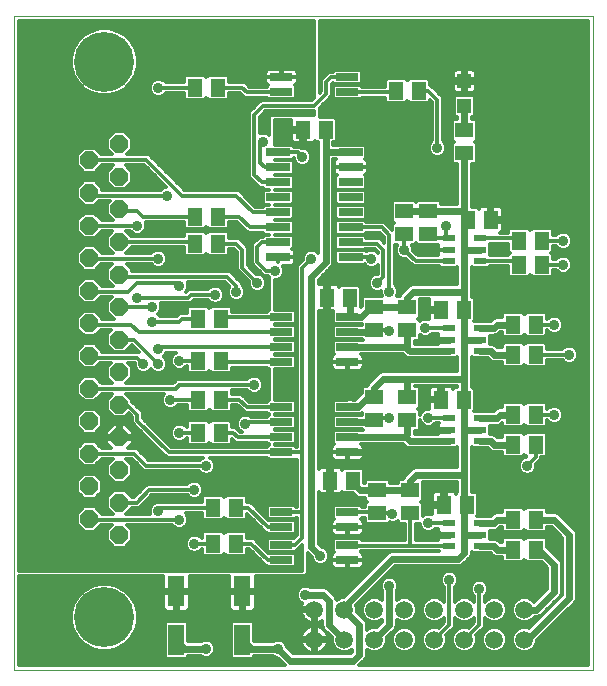
<source format=gtl>
G75*
%MOIN*%
%OFA0B0*%
%FSLAX24Y24*%
%IPPOS*%
%LPD*%
%AMOC8*
5,1,8,0,0,1.08239X$1,22.5*
%
%ADD10C,0.0000*%
%ADD11C,0.0594*%
%ADD12R,0.0750X0.0250*%
%ADD13R,0.0512X0.0591*%
%ADD14R,0.0591X0.0512*%
%ADD15R,0.0800X0.0260*%
%ADD16R,0.0413X0.0236*%
%ADD17R,0.0472X0.0472*%
%ADD18R,0.0551X0.1024*%
%ADD19OC8,0.0600*%
%ADD20C,0.2000*%
%ADD21C,0.0120*%
%ADD22C,0.0356*%
%ADD23C,0.0240*%
D10*
X004030Y003000D02*
X004030Y024792D01*
X023321Y024792D01*
X023321Y003000D01*
X004030Y003000D01*
D11*
X014030Y004000D03*
X015030Y004000D03*
X015030Y005000D03*
X014030Y005000D03*
X016030Y005000D03*
X016030Y004000D03*
X017030Y004000D03*
X018030Y004000D03*
X018030Y005000D03*
X017030Y005000D03*
X019030Y005000D03*
X019030Y004000D03*
X020030Y004000D03*
X021030Y004000D03*
X021030Y005000D03*
X020030Y005000D03*
D12*
X015130Y006650D03*
X015130Y007150D03*
X015130Y007750D03*
X015130Y008250D03*
X015130Y010250D03*
X015130Y010750D03*
X015130Y011250D03*
X015130Y011750D03*
X015130Y013250D03*
X015130Y013750D03*
X015130Y014250D03*
X015130Y014750D03*
X012930Y014750D03*
X012930Y014250D03*
X012930Y013750D03*
X012930Y013250D03*
X012930Y011750D03*
X012930Y011250D03*
X012930Y010750D03*
X012930Y010250D03*
X012930Y008250D03*
X012930Y007750D03*
X012930Y007150D03*
X012930Y006650D03*
X012930Y022250D03*
X012930Y022750D03*
X015130Y022750D03*
X015130Y022250D03*
D13*
X014404Y021000D03*
X013656Y021000D03*
X010804Y022400D03*
X010056Y022400D03*
X010056Y018100D03*
X010804Y018100D03*
X010804Y017200D03*
X010056Y017200D03*
X010156Y014700D03*
X010904Y014700D03*
X010904Y013300D03*
X010156Y013300D03*
X010156Y012000D03*
X010904Y012000D03*
X010904Y010900D03*
X010156Y010900D03*
X010656Y008400D03*
X011404Y008400D03*
X011404Y007200D03*
X010656Y007200D03*
X014556Y009300D03*
X015304Y009300D03*
X018256Y012000D03*
X019004Y012000D03*
X020656Y011500D03*
X021404Y011500D03*
X021404Y010500D03*
X020656Y010500D03*
X019104Y008500D03*
X018356Y008500D03*
X020656Y008000D03*
X021404Y008000D03*
X021404Y007000D03*
X020656Y007000D03*
X020656Y013500D03*
X021404Y013500D03*
X021404Y014500D03*
X020656Y014500D03*
X019004Y015000D03*
X018256Y015000D03*
X020856Y016500D03*
X021604Y016500D03*
X021604Y017300D03*
X020856Y017300D03*
X019904Y018000D03*
X019156Y018000D03*
X017504Y022300D03*
X016756Y022300D03*
X015204Y015400D03*
X014456Y015400D03*
D14*
X016030Y015074D03*
X016030Y014326D03*
X017130Y014326D03*
X017130Y015074D03*
X017030Y017526D03*
X017030Y018274D03*
X017830Y018274D03*
X017830Y017526D03*
X019030Y020226D03*
X019030Y020974D03*
X017130Y012074D03*
X017130Y011326D03*
X016030Y011326D03*
X016030Y012074D03*
X016130Y008974D03*
X016130Y008226D03*
X017230Y008226D03*
X017230Y008974D03*
D15*
X015240Y016750D03*
X015240Y017250D03*
X015240Y017750D03*
X015240Y018250D03*
X015240Y018750D03*
X015240Y019250D03*
X015240Y019750D03*
X015240Y020250D03*
X012820Y020250D03*
X012820Y019750D03*
X012820Y019250D03*
X012820Y018750D03*
X012820Y018250D03*
X012820Y017750D03*
X012820Y017250D03*
X012820Y016750D03*
D16*
X018499Y016626D03*
X018499Y017000D03*
X018499Y017374D03*
X019561Y017374D03*
X019561Y017000D03*
X019561Y016626D03*
X019561Y014374D03*
X019561Y014000D03*
X019561Y013626D03*
X018499Y013626D03*
X018499Y014000D03*
X018499Y014374D03*
X018499Y011374D03*
X018499Y011000D03*
X018499Y010626D03*
X019561Y010626D03*
X019561Y011000D03*
X019561Y011374D03*
X019561Y007874D03*
X019561Y007500D03*
X019561Y007126D03*
X018499Y007126D03*
X018499Y007500D03*
X018499Y007874D03*
D17*
X019030Y021787D03*
X019030Y022614D03*
D18*
X011630Y005607D03*
X011630Y003993D03*
X009430Y003993D03*
X009430Y005607D03*
D19*
X007530Y007480D03*
X007530Y008570D03*
X007530Y009650D03*
X007530Y010740D03*
X007530Y011830D03*
X007530Y012910D03*
X007530Y014000D03*
X007530Y015090D03*
X007530Y016170D03*
X007530Y017260D03*
X007530Y018350D03*
X007530Y019430D03*
X007530Y020520D03*
X006530Y019980D03*
X006530Y018890D03*
X006530Y017800D03*
X006530Y016720D03*
X006530Y015630D03*
X006530Y014540D03*
X006530Y013460D03*
X006530Y012370D03*
X006530Y011280D03*
X006530Y010200D03*
X006530Y009110D03*
X006530Y008020D03*
D20*
X007030Y004740D03*
X007030Y023260D03*
D21*
X006279Y024093D02*
X004190Y024093D01*
X004190Y023975D02*
X006161Y023975D01*
X006134Y023948D02*
X005986Y023693D01*
X005910Y023408D01*
X005910Y023113D01*
X005986Y022828D01*
X006134Y022573D01*
X006342Y022364D01*
X006598Y022217D01*
X006883Y022140D01*
X007177Y022140D01*
X007462Y022217D01*
X007718Y022364D01*
X007926Y022573D01*
X008074Y022828D01*
X008150Y023113D01*
X008150Y023408D01*
X008074Y023693D01*
X007926Y023948D01*
X007718Y024156D01*
X007462Y024304D01*
X007177Y024380D01*
X006883Y024380D01*
X006598Y024304D01*
X006342Y024156D01*
X006134Y023948D01*
X006081Y023856D02*
X004190Y023856D01*
X004190Y023738D02*
X006012Y023738D01*
X005967Y023619D02*
X004190Y023619D01*
X004190Y023501D02*
X005935Y023501D01*
X005910Y023382D02*
X004190Y023382D01*
X004190Y023264D02*
X005910Y023264D01*
X005910Y023145D02*
X004190Y023145D01*
X004190Y023027D02*
X005933Y023027D01*
X005965Y022908D02*
X004190Y022908D01*
X004190Y022790D02*
X006008Y022790D01*
X006077Y022671D02*
X004190Y022671D01*
X004190Y022553D02*
X006154Y022553D01*
X006272Y022434D02*
X004190Y022434D01*
X004190Y022316D02*
X006426Y022316D01*
X006670Y022197D02*
X004190Y022197D01*
X004190Y022079D02*
X009680Y022079D01*
X009680Y022055D02*
X009750Y021985D01*
X010362Y021985D01*
X010430Y022053D01*
X010498Y021985D01*
X011110Y021985D01*
X011180Y022055D01*
X011180Y022220D01*
X011555Y022220D01*
X011705Y022070D01*
X012440Y022070D01*
X012505Y022005D01*
X013355Y022005D01*
X013425Y022076D01*
X013425Y022425D01*
X013371Y022479D01*
X013403Y022497D01*
X013433Y022527D01*
X013454Y022563D01*
X013465Y022604D01*
X013465Y022748D01*
X012933Y022748D01*
X012933Y022753D01*
X013465Y022753D01*
X013465Y022896D01*
X013454Y022937D01*
X013433Y022973D01*
X013403Y023003D01*
X013367Y023024D01*
X013326Y023035D01*
X012933Y023035D01*
X012933Y022753D01*
X012927Y022753D01*
X012927Y022748D01*
X012395Y022748D01*
X012395Y022604D01*
X012406Y022563D01*
X012427Y022527D01*
X012457Y022497D01*
X012489Y022479D01*
X012440Y022430D01*
X011855Y022430D01*
X011810Y022475D01*
X011705Y022580D01*
X011180Y022580D01*
X011180Y022745D01*
X011110Y022816D01*
X010498Y022816D01*
X010430Y022747D01*
X010362Y022816D01*
X009750Y022816D01*
X009680Y022745D01*
X009680Y022580D01*
X009072Y022580D01*
X008999Y022653D01*
X008889Y022698D01*
X008771Y022698D01*
X008661Y022653D01*
X008577Y022569D01*
X008532Y022460D01*
X008532Y022341D01*
X008577Y022231D01*
X008661Y022148D01*
X008771Y022102D01*
X008889Y022102D01*
X008999Y022148D01*
X009072Y022220D01*
X009680Y022220D01*
X009680Y022055D01*
X009680Y022197D02*
X009049Y022197D01*
X008830Y022400D02*
X010056Y022400D01*
X009680Y022671D02*
X008955Y022671D01*
X008705Y022671D02*
X007983Y022671D01*
X008052Y022790D02*
X009725Y022790D01*
X010387Y022790D02*
X010473Y022790D01*
X010804Y022400D02*
X011630Y022400D01*
X011780Y022250D01*
X012930Y022250D01*
X013425Y022197D02*
X014030Y022197D01*
X014030Y022079D02*
X013425Y022079D01*
X013425Y022316D02*
X014030Y022316D01*
X014030Y022434D02*
X013416Y022434D01*
X013448Y022553D02*
X014030Y022553D01*
X014030Y022671D02*
X013465Y022671D01*
X013465Y022790D02*
X014030Y022790D01*
X014030Y022908D02*
X013462Y022908D01*
X013358Y023027D02*
X014030Y023027D01*
X014030Y023145D02*
X008150Y023145D01*
X008150Y023264D02*
X014030Y023264D01*
X014030Y023382D02*
X008150Y023382D01*
X008125Y023501D02*
X014030Y023501D01*
X014030Y023619D02*
X008093Y023619D01*
X008048Y023738D02*
X014030Y023738D01*
X014030Y023856D02*
X007979Y023856D01*
X007899Y023975D02*
X014030Y023975D01*
X014030Y024093D02*
X007781Y024093D01*
X007622Y024212D02*
X014030Y024212D01*
X014030Y024330D02*
X007364Y024330D01*
X006696Y024330D02*
X004190Y024330D01*
X004190Y024212D02*
X006438Y024212D01*
X008127Y023027D02*
X012502Y023027D01*
X012493Y023024D02*
X012457Y023003D01*
X012427Y022973D01*
X012406Y022937D01*
X012395Y022896D01*
X012395Y022753D01*
X012927Y022753D01*
X012927Y023035D01*
X012534Y023035D01*
X012493Y023024D01*
X012398Y022908D02*
X008095Y022908D01*
X007906Y022553D02*
X008571Y022553D01*
X008532Y022434D02*
X007788Y022434D01*
X007634Y022316D02*
X008542Y022316D01*
X008611Y022197D02*
X007390Y022197D01*
X007356Y020940D02*
X007110Y020694D01*
X007110Y020346D01*
X007276Y020180D01*
X006924Y020180D01*
X006704Y020400D01*
X006356Y020400D01*
X006110Y020154D01*
X006110Y019806D01*
X006356Y019560D01*
X006704Y019560D01*
X006950Y019806D01*
X006950Y019820D01*
X007326Y019820D01*
X007110Y019604D01*
X007110Y019256D01*
X007356Y019010D01*
X007704Y019010D01*
X007950Y019256D01*
X007950Y019604D01*
X007734Y019820D01*
X008355Y019820D01*
X009077Y019098D01*
X009071Y019098D01*
X008961Y019053D01*
X008888Y018980D01*
X006950Y018980D01*
X006950Y019064D01*
X006704Y019310D01*
X006356Y019310D01*
X006110Y019064D01*
X006110Y018716D01*
X006356Y018470D01*
X006704Y018470D01*
X006854Y018620D01*
X007206Y018620D01*
X007110Y018524D01*
X007110Y018176D01*
X007306Y017980D01*
X006944Y017980D01*
X006704Y018220D01*
X006356Y018220D01*
X006110Y017974D01*
X006110Y017626D01*
X006356Y017380D01*
X006704Y017380D01*
X006944Y017620D01*
X007296Y017620D01*
X007110Y017434D01*
X007110Y017086D01*
X007316Y016880D01*
X006950Y016880D01*
X006950Y016894D01*
X006704Y017140D01*
X006356Y017140D01*
X006110Y016894D01*
X006110Y016546D01*
X006356Y016300D01*
X006704Y016300D01*
X006924Y016520D01*
X007286Y016520D01*
X007110Y016344D01*
X007110Y015996D01*
X007326Y015780D01*
X006950Y015780D01*
X006950Y015804D01*
X006704Y016050D01*
X006356Y016050D01*
X006110Y015804D01*
X006110Y015456D01*
X006356Y015210D01*
X006704Y015210D01*
X006914Y015420D01*
X007266Y015420D01*
X007110Y015264D01*
X007110Y014916D01*
X007346Y014680D01*
X006950Y014680D01*
X006950Y014714D01*
X006704Y014960D01*
X006356Y014960D01*
X006110Y014714D01*
X006110Y014366D01*
X006356Y014120D01*
X006704Y014120D01*
X006904Y014320D01*
X007256Y014320D01*
X007110Y014174D01*
X007110Y013826D01*
X007356Y013580D01*
X007704Y013580D01*
X007944Y013820D01*
X007955Y013820D01*
X008195Y013580D01*
X006950Y013580D01*
X006950Y013634D01*
X006704Y013880D01*
X006356Y013880D01*
X006110Y013634D01*
X006110Y013286D01*
X006356Y013040D01*
X006704Y013040D01*
X006884Y013220D01*
X007246Y013220D01*
X007110Y013084D01*
X007110Y012736D01*
X007296Y012550D01*
X006944Y012550D01*
X006704Y012790D01*
X006356Y012790D01*
X006110Y012544D01*
X006110Y012196D01*
X006356Y011950D01*
X006704Y011950D01*
X006944Y012190D01*
X007296Y012190D01*
X007110Y012004D01*
X007110Y011656D01*
X007356Y011410D01*
X007704Y011410D01*
X007835Y011541D01*
X007950Y011426D01*
X007950Y011226D01*
X008055Y011120D01*
X009105Y010070D01*
X010303Y010070D01*
X010261Y010053D01*
X010188Y009980D01*
X008505Y009980D01*
X008210Y010275D01*
X008105Y010380D01*
X007821Y010380D01*
X007990Y010550D01*
X007990Y010700D01*
X007570Y010700D01*
X007570Y010780D01*
X007990Y010780D01*
X007990Y010931D01*
X007721Y011200D01*
X007570Y011200D01*
X007570Y010780D01*
X007490Y010780D01*
X007490Y010700D01*
X007070Y010700D01*
X007070Y010550D01*
X007239Y010380D01*
X006944Y010380D01*
X006704Y010620D01*
X006356Y010620D01*
X006110Y010374D01*
X006110Y010026D01*
X006356Y009780D01*
X006704Y009780D01*
X006944Y010020D01*
X007306Y010020D01*
X007110Y009824D01*
X007110Y009476D01*
X007356Y009230D01*
X007704Y009230D01*
X007950Y009476D01*
X007950Y009824D01*
X007754Y010020D01*
X007955Y010020D01*
X008355Y009620D01*
X010188Y009620D01*
X010261Y009548D01*
X010371Y009502D01*
X010489Y009502D01*
X010599Y009548D01*
X010683Y009631D01*
X010728Y009741D01*
X010728Y009860D01*
X010683Y009969D01*
X010599Y010053D01*
X010557Y010070D01*
X012440Y010070D01*
X012505Y010005D01*
X012530Y010005D01*
X012530Y010000D01*
X013450Y010000D01*
X013450Y008430D01*
X013420Y008430D01*
X013355Y008495D01*
X012505Y008495D01*
X012435Y008425D01*
X012435Y008076D01*
X012505Y008005D01*
X013355Y008005D01*
X013420Y008070D01*
X013450Y008070D01*
X013450Y007475D01*
X013363Y007387D01*
X013355Y007395D01*
X012505Y007395D01*
X012435Y007325D01*
X012435Y006976D01*
X012505Y006905D01*
X013355Y006905D01*
X013420Y006970D01*
X013455Y006970D01*
X013630Y007146D01*
X013630Y006300D01*
X004190Y006300D01*
X004190Y024632D01*
X014030Y024632D01*
X014030Y022055D01*
X013955Y021980D01*
X012255Y021980D01*
X012150Y021875D01*
X011850Y021575D01*
X011850Y019426D01*
X011955Y019320D01*
X012205Y019070D01*
X012300Y019070D01*
X012370Y019000D01*
X012300Y018930D01*
X012300Y018571D01*
X012370Y018500D01*
X012300Y018430D01*
X012055Y018430D01*
X011610Y018875D01*
X011505Y018980D01*
X009705Y018980D01*
X008610Y020075D01*
X008505Y020180D01*
X007784Y020180D01*
X007950Y020346D01*
X007950Y020694D01*
X007704Y020940D01*
X007356Y020940D01*
X007310Y020894D02*
X004190Y020894D01*
X004190Y021012D02*
X011850Y021012D01*
X011850Y020894D02*
X007750Y020894D01*
X007869Y020775D02*
X011850Y020775D01*
X011850Y020657D02*
X007950Y020657D01*
X007950Y020538D02*
X011850Y020538D01*
X011850Y020420D02*
X007950Y020420D01*
X007905Y020301D02*
X011850Y020301D01*
X011850Y020183D02*
X007787Y020183D01*
X007845Y019709D02*
X008467Y019709D01*
X008585Y019590D02*
X007950Y019590D01*
X007950Y019472D02*
X008704Y019472D01*
X008822Y019353D02*
X007950Y019353D01*
X007929Y019235D02*
X008941Y019235D01*
X009059Y019116D02*
X007810Y019116D01*
X007250Y019116D02*
X006898Y019116D01*
X006950Y018998D02*
X008906Y018998D01*
X009130Y018800D02*
X006620Y018800D01*
X006530Y018890D01*
X006110Y018879D02*
X004190Y018879D01*
X004190Y018761D02*
X006110Y018761D01*
X006184Y018642D02*
X004190Y018642D01*
X004190Y018524D02*
X006302Y018524D01*
X006304Y018168D02*
X004190Y018168D01*
X004190Y018050D02*
X006186Y018050D01*
X006110Y017931D02*
X004190Y017931D01*
X004190Y017813D02*
X006110Y017813D01*
X006110Y017694D02*
X004190Y017694D01*
X004190Y017576D02*
X006160Y017576D01*
X006279Y017457D02*
X004190Y017457D01*
X004190Y017339D02*
X007110Y017339D01*
X007110Y017220D02*
X004190Y017220D01*
X004190Y017102D02*
X006318Y017102D01*
X006199Y016983D02*
X004190Y016983D01*
X004190Y016865D02*
X006110Y016865D01*
X006110Y016746D02*
X004190Y016746D01*
X004190Y016628D02*
X006110Y016628D01*
X006147Y016509D02*
X004190Y016509D01*
X004190Y016391D02*
X006266Y016391D01*
X006341Y016035D02*
X004190Y016035D01*
X004190Y015917D02*
X006223Y015917D01*
X006110Y015798D02*
X004190Y015798D01*
X004190Y015680D02*
X006110Y015680D01*
X006110Y015561D02*
X004190Y015561D01*
X004190Y015443D02*
X006124Y015443D01*
X006242Y015324D02*
X004190Y015324D01*
X004190Y015206D02*
X007110Y015206D01*
X007110Y015087D02*
X004190Y015087D01*
X004190Y014969D02*
X007110Y014969D01*
X007176Y014850D02*
X006814Y014850D01*
X006932Y014732D02*
X007295Y014732D01*
X007530Y015090D02*
X007540Y015100D01*
X008630Y015100D01*
X008903Y015220D02*
X009905Y015220D01*
X010005Y015320D01*
X010488Y015320D01*
X010561Y015248D01*
X010671Y015202D01*
X010789Y015202D01*
X010899Y015248D01*
X010983Y015331D01*
X011028Y015441D01*
X011028Y015560D01*
X010983Y015669D01*
X010899Y015753D01*
X010789Y015798D01*
X010671Y015798D01*
X010561Y015753D01*
X010488Y015680D01*
X009855Y015680D01*
X009803Y015680D01*
X009855Y015680D02*
X009755Y015580D01*
X009732Y015580D01*
X009783Y015631D01*
X009828Y015741D01*
X009828Y015860D01*
X009803Y015920D01*
X011055Y015920D01*
X011192Y015784D01*
X011177Y015769D01*
X011132Y015660D01*
X011132Y015541D01*
X011177Y015431D01*
X011261Y015348D01*
X011371Y015302D01*
X011489Y015302D01*
X011599Y015348D01*
X011683Y015431D01*
X011728Y015541D01*
X011728Y015660D01*
X011683Y015769D01*
X011610Y015842D01*
X011610Y015875D01*
X011310Y016175D01*
X011205Y016280D01*
X007950Y016280D01*
X007950Y016344D01*
X007774Y016520D01*
X008588Y016520D01*
X008661Y016448D01*
X008771Y016402D01*
X008889Y016402D01*
X008999Y016448D01*
X009083Y016531D01*
X009128Y016641D01*
X009128Y016760D01*
X009083Y016869D01*
X008999Y016953D01*
X008889Y016998D01*
X008771Y016998D01*
X008661Y016953D01*
X008588Y016880D01*
X007744Y016880D01*
X007944Y017080D01*
X009680Y017080D01*
X009680Y016855D01*
X009750Y016785D01*
X010362Y016785D01*
X010430Y016853D01*
X010498Y016785D01*
X011110Y016785D01*
X011180Y016855D01*
X011180Y017020D01*
X011355Y017020D01*
X011450Y016926D01*
X011450Y016326D01*
X011832Y015944D01*
X011832Y015841D01*
X011877Y015731D01*
X011961Y015648D01*
X012071Y015602D01*
X012189Y015602D01*
X012299Y015648D01*
X012383Y015731D01*
X012428Y015841D01*
X012428Y015960D01*
X012383Y016069D01*
X012299Y016153D01*
X012189Y016198D01*
X012086Y016198D01*
X011810Y016475D01*
X011810Y017075D01*
X011705Y017180D01*
X011505Y017380D01*
X011180Y017380D01*
X011180Y017545D01*
X011110Y017616D01*
X010498Y017616D01*
X010430Y017547D01*
X010362Y017616D01*
X009750Y017616D01*
X009680Y017545D01*
X009680Y017440D01*
X007944Y017440D01*
X007764Y017620D01*
X007888Y017620D01*
X007961Y017548D01*
X008071Y017502D01*
X008189Y017502D01*
X008299Y017548D01*
X008383Y017631D01*
X008428Y017741D01*
X008428Y017860D01*
X008403Y017920D01*
X009680Y017920D01*
X009680Y017755D01*
X009750Y017685D01*
X010362Y017685D01*
X010430Y017753D01*
X010498Y017685D01*
X011110Y017685D01*
X011180Y017755D01*
X011180Y017920D01*
X011455Y017920D01*
X011805Y017570D01*
X012300Y017570D01*
X012370Y017500D01*
X012300Y017430D01*
X012205Y017430D01*
X012055Y017280D01*
X011950Y017175D01*
X011950Y016526D01*
X012250Y016226D01*
X012355Y016120D01*
X012488Y016120D01*
X012530Y016079D01*
X012530Y014995D01*
X012505Y014995D01*
X012440Y014930D01*
X011280Y014930D01*
X011280Y015045D01*
X011210Y015116D01*
X010598Y015116D01*
X010530Y015047D01*
X010462Y015116D01*
X009850Y015116D01*
X009780Y015045D01*
X009780Y014880D01*
X009555Y014880D01*
X009455Y014780D01*
X008872Y014780D01*
X008802Y014850D01*
X009525Y014850D01*
X009630Y014700D02*
X009530Y014600D01*
X008630Y014600D01*
X008802Y014850D02*
X008883Y014931D01*
X008928Y015041D01*
X008928Y015160D01*
X008903Y015220D01*
X008909Y015206D02*
X010662Y015206D01*
X010798Y015206D02*
X012530Y015206D01*
X012530Y015324D02*
X011543Y015324D01*
X011687Y015443D02*
X012530Y015443D01*
X012530Y015561D02*
X011728Y015561D01*
X011720Y015680D02*
X011929Y015680D01*
X011850Y015798D02*
X011654Y015798D01*
X011568Y015917D02*
X011832Y015917D01*
X011740Y016035D02*
X011450Y016035D01*
X011331Y016154D02*
X011622Y016154D01*
X011503Y016272D02*
X011213Y016272D01*
X011130Y016100D02*
X007600Y016100D01*
X007530Y016170D01*
X007308Y015798D02*
X006950Y015798D01*
X006837Y015917D02*
X007190Y015917D01*
X007110Y016035D02*
X006719Y016035D01*
X006794Y016391D02*
X007157Y016391D01*
X007110Y016272D02*
X004190Y016272D01*
X004190Y016154D02*
X007110Y016154D01*
X007275Y016509D02*
X006913Y016509D01*
X006550Y016700D02*
X006530Y016720D01*
X006550Y016700D02*
X008830Y016700D01*
X008599Y016509D02*
X007785Y016509D01*
X007903Y016391D02*
X011450Y016391D01*
X011450Y016509D02*
X009061Y016509D01*
X009123Y016628D02*
X011450Y016628D01*
X011450Y016746D02*
X009128Y016746D01*
X009085Y016865D02*
X009680Y016865D01*
X009680Y016983D02*
X008926Y016983D01*
X008734Y016983D02*
X007847Y016983D01*
X007530Y017260D02*
X009996Y017260D01*
X010056Y017200D01*
X009680Y017457D02*
X007927Y017457D01*
X007933Y017576D02*
X007808Y017576D01*
X008130Y017800D02*
X006530Y017800D01*
X006756Y018168D02*
X007118Y018168D01*
X007110Y018287D02*
X004190Y018287D01*
X004190Y018405D02*
X007110Y018405D01*
X007110Y018524D02*
X006758Y018524D01*
X006874Y018050D02*
X007236Y018050D01*
X007530Y018350D02*
X007580Y018300D01*
X008130Y018300D01*
X008330Y018100D01*
X010056Y018100D01*
X009680Y017813D02*
X008428Y017813D01*
X008409Y017694D02*
X009741Y017694D01*
X009711Y017576D02*
X008327Y017576D01*
X007252Y017576D02*
X006899Y017576D01*
X006781Y017457D02*
X007133Y017457D01*
X007110Y017102D02*
X006742Y017102D01*
X006861Y016983D02*
X007213Y016983D01*
X008130Y015900D02*
X007830Y015600D01*
X006560Y015600D01*
X006530Y015630D01*
X006818Y015324D02*
X007170Y015324D01*
X006530Y014540D02*
X006570Y014500D01*
X007930Y014500D01*
X008180Y014250D01*
X012930Y014250D01*
X012710Y014005D02*
X013355Y014005D01*
X013425Y014076D01*
X013425Y014425D01*
X013355Y014495D01*
X013450Y014495D01*
X013425Y014576D02*
X013425Y014925D01*
X013355Y014995D01*
X012710Y014995D01*
X012710Y016002D01*
X012789Y016002D01*
X012899Y016048D01*
X012983Y016131D01*
X013028Y016241D01*
X013028Y016360D01*
X012986Y016460D01*
X013241Y016460D01*
X013282Y016471D01*
X013318Y016492D01*
X013348Y016522D01*
X013369Y016558D01*
X013380Y016599D01*
X013380Y016745D01*
X012825Y016745D01*
X012825Y016584D01*
X012815Y016588D01*
X012815Y016745D01*
X012825Y016745D01*
X012825Y016755D01*
X013380Y016755D01*
X013380Y016901D01*
X013369Y016942D01*
X013348Y016978D01*
X013318Y017008D01*
X013293Y017023D01*
X013340Y017071D01*
X013340Y017430D01*
X013270Y017500D01*
X012710Y017500D01*
X012710Y017500D01*
X013270Y017500D01*
X013340Y017571D01*
X013340Y017930D01*
X013270Y018000D01*
X012710Y018000D01*
X012710Y018000D01*
X013270Y018000D01*
X013340Y018071D01*
X013340Y018430D01*
X013270Y018500D01*
X012710Y018500D01*
X012710Y018500D01*
X013270Y018500D01*
X013340Y018571D01*
X013340Y018930D01*
X013270Y019000D01*
X012710Y019000D01*
X012710Y019000D01*
X013270Y019000D01*
X013340Y019071D01*
X013340Y019430D01*
X013270Y019500D01*
X012710Y019500D01*
X012710Y019500D01*
X013270Y019500D01*
X013340Y019571D01*
X013340Y019930D01*
X013270Y020000D01*
X012710Y020000D01*
X012710Y020000D01*
X013270Y020000D01*
X013332Y020062D01*
X013332Y020041D01*
X013377Y019931D01*
X013461Y019848D01*
X013571Y019802D01*
X013689Y019802D01*
X013799Y019848D01*
X013883Y019931D01*
X013928Y020041D01*
X013928Y020160D01*
X013883Y020269D01*
X013799Y020353D01*
X013689Y020398D01*
X013586Y020398D01*
X013555Y020430D01*
X013340Y020430D01*
X013270Y020500D01*
X012710Y020500D01*
X012710Y021320D01*
X013241Y021320D01*
X013240Y021317D01*
X013240Y021060D01*
X013596Y021060D01*
X013596Y020940D01*
X013716Y020940D01*
X013716Y020545D01*
X013933Y020545D01*
X013974Y020556D01*
X014010Y020577D01*
X014040Y020607D01*
X014053Y020630D01*
X014098Y020585D01*
X014164Y020585D01*
X014164Y016888D01*
X014099Y016953D01*
X013989Y016998D01*
X013871Y016998D01*
X013761Y016953D01*
X013677Y016869D01*
X013632Y016760D01*
X013632Y016657D01*
X013450Y016475D01*
X013450Y010430D01*
X013420Y010430D01*
X013355Y010495D01*
X012710Y010495D01*
X012710Y010505D01*
X013355Y010505D01*
X013425Y010576D01*
X013425Y010925D01*
X013355Y010995D01*
X012710Y010995D01*
X012710Y011005D01*
X013355Y011005D01*
X013425Y011076D01*
X013425Y011425D01*
X013355Y011495D01*
X012710Y011495D01*
X012710Y011505D01*
X013355Y011505D01*
X013425Y011576D01*
X013425Y011925D01*
X013355Y011995D01*
X012710Y011995D01*
X012710Y013005D01*
X013355Y013005D01*
X013425Y013076D01*
X013425Y013425D01*
X013355Y013495D01*
X012710Y013495D01*
X012710Y013505D01*
X013355Y013505D01*
X013425Y013576D01*
X013425Y013925D01*
X013355Y013995D01*
X012710Y013995D01*
X012710Y014005D01*
X012930Y013750D02*
X008880Y013750D01*
X008830Y013700D01*
X009099Y013570D02*
X009403Y013570D01*
X009361Y013553D01*
X009277Y013469D01*
X009232Y013360D01*
X009232Y013241D01*
X009277Y013131D01*
X009361Y013048D01*
X009471Y013002D01*
X009589Y013002D01*
X009699Y013048D01*
X009772Y013120D01*
X009780Y013120D01*
X009780Y012955D01*
X009850Y012885D01*
X010462Y012885D01*
X010530Y012953D01*
X010598Y012885D01*
X011210Y012885D01*
X011280Y012955D01*
X011280Y013070D01*
X012440Y013070D01*
X012505Y013005D01*
X012530Y013005D01*
X012530Y011995D01*
X012505Y011995D01*
X012440Y011930D01*
X011855Y011930D01*
X011710Y012075D01*
X011605Y012180D01*
X011280Y012180D01*
X011280Y012320D01*
X011788Y012320D01*
X011861Y012248D01*
X011971Y012202D01*
X012089Y012202D01*
X012199Y012248D01*
X012283Y012331D01*
X012328Y012441D01*
X012328Y012560D01*
X012283Y012669D01*
X012199Y012753D01*
X012089Y012798D01*
X011971Y012798D01*
X011861Y012753D01*
X011788Y012680D01*
X009455Y012680D01*
X009350Y012575D01*
X009325Y012550D01*
X007764Y012550D01*
X007950Y012736D01*
X007950Y013084D01*
X007814Y013220D01*
X008032Y013220D01*
X008032Y013141D01*
X008077Y013031D01*
X008161Y012948D01*
X008271Y012902D01*
X008389Y012902D01*
X008499Y012948D01*
X008580Y013029D01*
X008661Y012948D01*
X008771Y012902D01*
X008889Y012902D01*
X008999Y012948D01*
X009083Y013031D01*
X009128Y013141D01*
X009128Y013260D01*
X009083Y013369D01*
X009002Y013450D01*
X009083Y013531D01*
X009099Y013570D01*
X009089Y013547D02*
X009355Y013547D01*
X009260Y013428D02*
X009024Y013428D01*
X009107Y013310D02*
X009232Y013310D01*
X009252Y013191D02*
X009128Y013191D01*
X009100Y013073D02*
X009336Y013073D01*
X009530Y013300D02*
X010156Y013300D01*
X009780Y013073D02*
X009724Y013073D01*
X009781Y012954D02*
X009006Y012954D01*
X008830Y013200D02*
X008030Y014000D01*
X007530Y014000D01*
X007907Y013784D02*
X007992Y013784D01*
X008110Y013665D02*
X007789Y013665D01*
X008130Y013400D02*
X006590Y013400D01*
X006530Y013460D01*
X006110Y013428D02*
X004190Y013428D01*
X004190Y013310D02*
X006110Y013310D01*
X006205Y013191D02*
X004190Y013191D01*
X004190Y013073D02*
X006324Y013073D01*
X006283Y012717D02*
X004190Y012717D01*
X004190Y012599D02*
X006165Y012599D01*
X006110Y012480D02*
X004190Y012480D01*
X004190Y012362D02*
X006110Y012362D01*
X006110Y012243D02*
X004190Y012243D01*
X004190Y012125D02*
X006182Y012125D01*
X006300Y012006D02*
X004190Y012006D01*
X004190Y011888D02*
X007110Y011888D01*
X007112Y012006D02*
X006760Y012006D01*
X006878Y012125D02*
X007231Y012125D01*
X007110Y011769D02*
X004190Y011769D01*
X004190Y011651D02*
X006307Y011651D01*
X006356Y011700D02*
X006110Y011454D01*
X006110Y011106D01*
X006356Y010860D01*
X006704Y010860D01*
X006950Y011106D01*
X006950Y011454D01*
X006704Y011700D01*
X006356Y011700D01*
X006188Y011532D02*
X004190Y011532D01*
X004190Y011414D02*
X006110Y011414D01*
X006110Y011295D02*
X004190Y011295D01*
X004190Y011177D02*
X006110Y011177D01*
X006158Y011058D02*
X004190Y011058D01*
X004190Y010940D02*
X006277Y010940D01*
X006320Y010584D02*
X004190Y010584D01*
X004190Y010466D02*
X006202Y010466D01*
X006110Y010347D02*
X004190Y010347D01*
X004190Y010229D02*
X006110Y010229D01*
X006110Y010110D02*
X004190Y010110D01*
X004190Y009992D02*
X006145Y009992D01*
X006263Y009873D02*
X004190Y009873D01*
X004190Y009755D02*
X007110Y009755D01*
X007110Y009636D02*
X004190Y009636D01*
X004190Y009518D02*
X006344Y009518D01*
X006356Y009530D02*
X006110Y009284D01*
X006110Y008936D01*
X006356Y008690D01*
X006704Y008690D01*
X006950Y008936D01*
X006950Y009284D01*
X006704Y009530D01*
X006356Y009530D01*
X006225Y009399D02*
X004190Y009399D01*
X004190Y009281D02*
X006110Y009281D01*
X006110Y009162D02*
X004190Y009162D01*
X004190Y009044D02*
X006110Y009044D01*
X006121Y008925D02*
X004190Y008925D01*
X004190Y008807D02*
X006240Y008807D01*
X006356Y008440D02*
X006110Y008194D01*
X006110Y007846D01*
X006356Y007600D01*
X006704Y007600D01*
X006924Y007820D01*
X007276Y007820D01*
X007110Y007654D01*
X007110Y007306D01*
X007356Y007060D01*
X007704Y007060D01*
X007950Y007306D01*
X007950Y007654D01*
X007784Y007820D01*
X009288Y007820D01*
X009361Y007748D01*
X009471Y007702D01*
X009589Y007702D01*
X009699Y007748D01*
X009783Y007831D01*
X009828Y007941D01*
X009828Y008060D01*
X009783Y008169D01*
X009732Y008220D01*
X010280Y008220D01*
X010280Y008055D01*
X010350Y007985D01*
X010962Y007985D01*
X011030Y008053D01*
X011098Y007985D01*
X011710Y007985D01*
X011780Y008055D01*
X011780Y008196D01*
X012405Y007570D01*
X012440Y007570D01*
X012505Y007505D01*
X013355Y007505D01*
X013425Y007576D01*
X013425Y007925D01*
X013355Y007995D01*
X012505Y007995D01*
X012497Y007987D01*
X012010Y008475D01*
X011905Y008580D01*
X011780Y008580D01*
X011780Y008745D01*
X011710Y008816D01*
X011098Y008816D01*
X011030Y008747D01*
X010962Y008816D01*
X010350Y008816D01*
X010280Y008745D01*
X010280Y008580D01*
X008933Y008580D01*
X008889Y008598D01*
X008771Y008598D01*
X008661Y008553D01*
X008577Y008469D01*
X008532Y008360D01*
X008532Y008241D01*
X008557Y008180D01*
X007734Y008180D01*
X007944Y008390D01*
X008175Y008390D01*
X008605Y008820D01*
X009788Y008820D01*
X009861Y008748D01*
X009971Y008702D01*
X010089Y008702D01*
X010199Y008748D01*
X010283Y008831D01*
X010328Y008941D01*
X010328Y009060D01*
X010283Y009169D01*
X010199Y009253D01*
X010089Y009298D01*
X009971Y009298D01*
X009861Y009253D01*
X009788Y009180D01*
X008455Y009180D01*
X008350Y009075D01*
X008025Y008750D01*
X007944Y008750D01*
X007704Y008990D01*
X007356Y008990D01*
X007110Y008744D01*
X007110Y008396D01*
X007326Y008180D01*
X006950Y008180D01*
X006950Y008194D01*
X006704Y008440D01*
X006356Y008440D01*
X006249Y008333D02*
X004190Y008333D01*
X004190Y008451D02*
X007110Y008451D01*
X007110Y008570D02*
X004190Y008570D01*
X004190Y008688D02*
X007110Y008688D01*
X007173Y008807D02*
X006820Y008807D01*
X006939Y008925D02*
X007291Y008925D01*
X007530Y008570D02*
X008100Y008570D01*
X008530Y009000D01*
X010030Y009000D01*
X009928Y009281D02*
X007754Y009281D01*
X007873Y009399D02*
X013450Y009399D01*
X013450Y009281D02*
X010132Y009281D01*
X010286Y009162D02*
X013450Y009162D01*
X013450Y009044D02*
X010328Y009044D01*
X010322Y008925D02*
X013450Y008925D01*
X013450Y008807D02*
X011718Y008807D01*
X011780Y008688D02*
X013450Y008688D01*
X013450Y008570D02*
X011915Y008570D01*
X012034Y008451D02*
X012461Y008451D01*
X012435Y008333D02*
X012152Y008333D01*
X012271Y008214D02*
X012435Y008214D01*
X012435Y008096D02*
X012389Y008096D01*
X012480Y007750D02*
X011830Y008400D01*
X011404Y008400D01*
X011780Y008096D02*
X011880Y008096D01*
X011998Y007977D02*
X009828Y007977D01*
X009813Y008096D02*
X010280Y008096D01*
X010280Y008214D02*
X009738Y008214D01*
X009530Y008000D02*
X006550Y008000D01*
X006530Y008020D01*
X006216Y007740D02*
X004190Y007740D01*
X004190Y007622D02*
X006335Y007622D01*
X006110Y007859D02*
X004190Y007859D01*
X004190Y007977D02*
X006110Y007977D01*
X006110Y008096D02*
X004190Y008096D01*
X004190Y008214D02*
X006130Y008214D01*
X006811Y008333D02*
X007174Y008333D01*
X007292Y008214D02*
X006930Y008214D01*
X006844Y007740D02*
X007196Y007740D01*
X007110Y007622D02*
X006725Y007622D01*
X007110Y007503D02*
X004190Y007503D01*
X004190Y007385D02*
X007110Y007385D01*
X007150Y007266D02*
X004190Y007266D01*
X004190Y007148D02*
X007269Y007148D01*
X007791Y007148D02*
X009732Y007148D01*
X009732Y007141D02*
X009777Y007031D01*
X009861Y006948D01*
X009971Y006902D01*
X010089Y006902D01*
X010199Y006948D01*
X010272Y007020D01*
X010280Y007020D01*
X010280Y006855D01*
X010350Y006785D01*
X010962Y006785D01*
X011030Y006853D01*
X011098Y006785D01*
X011710Y006785D01*
X011780Y006855D01*
X011780Y007020D01*
X011855Y007020D01*
X012405Y006470D01*
X012440Y006470D01*
X012505Y006405D01*
X013355Y006405D01*
X013425Y006476D01*
X013425Y006825D01*
X013355Y006895D01*
X012505Y006895D01*
X012497Y006887D01*
X012110Y007275D01*
X012005Y007380D01*
X011780Y007380D01*
X011780Y007545D01*
X011710Y007616D01*
X011098Y007616D01*
X011030Y007547D01*
X010962Y007616D01*
X010350Y007616D01*
X010280Y007545D01*
X010280Y007380D01*
X010272Y007380D01*
X010199Y007453D01*
X010089Y007498D01*
X009971Y007498D01*
X009861Y007453D01*
X009777Y007369D01*
X009732Y007260D01*
X009732Y007141D01*
X009779Y007029D02*
X004190Y007029D01*
X004190Y006911D02*
X009950Y006911D01*
X010110Y006911D02*
X010280Y006911D01*
X010343Y006792D02*
X004190Y006792D01*
X004190Y006674D02*
X012202Y006674D01*
X012083Y006792D02*
X011717Y006792D01*
X011780Y006911D02*
X011965Y006911D01*
X011930Y007200D02*
X011404Y007200D01*
X011091Y006792D02*
X010969Y006792D01*
X010656Y007200D02*
X010030Y007200D01*
X009793Y007385D02*
X007950Y007385D01*
X007950Y007503D02*
X010280Y007503D01*
X010267Y007385D02*
X010280Y007385D01*
X009735Y007266D02*
X007910Y007266D01*
X007950Y007622D02*
X012354Y007622D01*
X012235Y007740D02*
X009681Y007740D01*
X009794Y007859D02*
X012117Y007859D01*
X011780Y007503D02*
X013450Y007503D01*
X013450Y007622D02*
X013425Y007622D01*
X013425Y007740D02*
X013450Y007740D01*
X013450Y007859D02*
X013425Y007859D01*
X013450Y007977D02*
X013373Y007977D01*
X012930Y007750D02*
X012480Y007750D01*
X012495Y007385D02*
X011780Y007385D01*
X011930Y007200D02*
X012480Y006650D01*
X012930Y006650D01*
X013360Y006911D02*
X013630Y006911D01*
X013630Y007029D02*
X013514Y007029D01*
X013380Y007150D02*
X013630Y007400D01*
X013630Y008300D01*
X013580Y008250D01*
X012930Y008250D01*
X013399Y008451D02*
X013450Y008451D01*
X013630Y008300D02*
X013630Y010200D01*
X013580Y010250D01*
X012930Y010250D01*
X009180Y010250D01*
X008130Y011300D01*
X008130Y011500D01*
X007830Y011800D01*
X007560Y011800D01*
X007530Y011830D01*
X007826Y011532D02*
X007843Y011532D01*
X007950Y011414D02*
X007707Y011414D01*
X007744Y011177D02*
X007999Y011177D01*
X007950Y011295D02*
X006950Y011295D01*
X006950Y011177D02*
X007316Y011177D01*
X007339Y011200D02*
X007070Y010931D01*
X007070Y010780D01*
X007490Y010780D01*
X007490Y011200D01*
X007339Y011200D01*
X007490Y011177D02*
X007570Y011177D01*
X007570Y011058D02*
X007490Y011058D01*
X007490Y010940D02*
X007570Y010940D01*
X007570Y010821D02*
X007490Y010821D01*
X007490Y010703D02*
X004190Y010703D01*
X004190Y010821D02*
X007070Y010821D01*
X007079Y010940D02*
X006783Y010940D01*
X006902Y011058D02*
X007197Y011058D01*
X007353Y011414D02*
X006950Y011414D01*
X006872Y011532D02*
X007234Y011532D01*
X007116Y011651D02*
X006753Y011651D01*
X006530Y012370D02*
X009400Y012370D01*
X009530Y012500D01*
X012030Y012500D01*
X012235Y012717D02*
X012530Y012717D01*
X012530Y012599D02*
X012312Y012599D01*
X012328Y012480D02*
X012530Y012480D01*
X012530Y012362D02*
X012295Y012362D01*
X012189Y012243D02*
X012530Y012243D01*
X012530Y012125D02*
X011660Y012125D01*
X011710Y012075D02*
X011710Y012075D01*
X011779Y012006D02*
X012530Y012006D01*
X012710Y012006D02*
X013450Y012006D01*
X013450Y011888D02*
X013425Y011888D01*
X013425Y011769D02*
X013450Y011769D01*
X013450Y011651D02*
X013425Y011651D01*
X013450Y011532D02*
X013382Y011532D01*
X013425Y011414D02*
X013450Y011414D01*
X013450Y011295D02*
X013425Y011295D01*
X013425Y011177D02*
X013450Y011177D01*
X013450Y011058D02*
X013408Y011058D01*
X013410Y010940D02*
X013450Y010940D01*
X013450Y010821D02*
X013425Y010821D01*
X013425Y010703D02*
X013450Y010703D01*
X013450Y010584D02*
X013425Y010584D01*
X013450Y010466D02*
X013384Y010466D01*
X013450Y009992D02*
X010660Y009992D01*
X010722Y009873D02*
X013450Y009873D01*
X013450Y009755D02*
X010728Y009755D01*
X010685Y009636D02*
X013450Y009636D01*
X013450Y009518D02*
X010527Y009518D01*
X010333Y009518D02*
X007950Y009518D01*
X007950Y009636D02*
X008339Y009636D01*
X008221Y009755D02*
X007950Y009755D01*
X007901Y009873D02*
X008102Y009873D01*
X007984Y009992D02*
X007782Y009992D01*
X008030Y010200D02*
X006530Y010200D01*
X006797Y009873D02*
X007159Y009873D01*
X007278Y009992D02*
X006915Y009992D01*
X006858Y010466D02*
X007154Y010466D01*
X007070Y010584D02*
X006740Y010584D01*
X007570Y010703D02*
X008473Y010703D01*
X008354Y010821D02*
X007990Y010821D01*
X007981Y010940D02*
X008236Y010940D01*
X008117Y011058D02*
X007863Y011058D01*
X007990Y010584D02*
X008591Y010584D01*
X008710Y010466D02*
X007906Y010466D01*
X008138Y010347D02*
X008828Y010347D01*
X008947Y010229D02*
X008256Y010229D01*
X008210Y010275D02*
X008210Y010275D01*
X008030Y010200D02*
X008430Y009800D01*
X010430Y009800D01*
X010200Y009992D02*
X008493Y009992D01*
X008375Y010110D02*
X009065Y010110D01*
X009255Y010430D02*
X008310Y011375D01*
X008310Y011575D01*
X008010Y011875D01*
X007950Y011935D01*
X007950Y012004D01*
X007764Y012190D01*
X008998Y012190D01*
X008977Y012169D01*
X008932Y012060D01*
X008932Y011941D01*
X008977Y011831D01*
X009061Y011748D01*
X009171Y011702D01*
X009289Y011702D01*
X009399Y011748D01*
X009472Y011820D01*
X009780Y011820D01*
X009780Y011655D01*
X009850Y011585D01*
X010462Y011585D01*
X010530Y011653D01*
X010598Y011585D01*
X011210Y011585D01*
X011280Y011655D01*
X011280Y011820D01*
X011455Y011820D01*
X011600Y011676D01*
X011600Y011676D01*
X011705Y011570D01*
X012440Y011570D01*
X012505Y011505D01*
X012530Y011505D01*
X012530Y011495D01*
X012505Y011495D01*
X012440Y011430D01*
X011922Y011430D01*
X011899Y011453D01*
X011789Y011498D01*
X011671Y011498D01*
X011561Y011453D01*
X011477Y011369D01*
X011432Y011260D01*
X011432Y011141D01*
X011477Y011031D01*
X011561Y010948D01*
X011603Y010930D01*
X011555Y010930D01*
X011405Y011080D01*
X011280Y011080D01*
X011280Y011245D01*
X011210Y011316D01*
X010598Y011316D01*
X010530Y011247D01*
X010462Y011316D01*
X009850Y011316D01*
X009780Y011245D01*
X009780Y011080D01*
X009772Y011080D01*
X009699Y011153D01*
X009589Y011198D01*
X009471Y011198D01*
X009361Y011153D01*
X009277Y011069D01*
X009232Y010960D01*
X009232Y010841D01*
X009277Y010731D01*
X009361Y010648D01*
X009471Y010602D01*
X009589Y010602D01*
X009699Y010648D01*
X009772Y010720D01*
X009780Y010720D01*
X009780Y010555D01*
X009850Y010485D01*
X010462Y010485D01*
X010530Y010553D01*
X010598Y010485D01*
X011210Y010485D01*
X011280Y010555D01*
X011280Y010696D01*
X011405Y010570D01*
X012440Y010570D01*
X012505Y010505D01*
X012530Y010505D01*
X012530Y010495D01*
X012505Y010495D01*
X012440Y010430D01*
X009255Y010430D01*
X009219Y010466D02*
X012476Y010466D01*
X012930Y010750D02*
X011480Y010750D01*
X011330Y010900D01*
X010904Y010900D01*
X011280Y011177D02*
X011432Y011177D01*
X011427Y011058D02*
X011466Y011058D01*
X011545Y010940D02*
X011580Y010940D01*
X011730Y011200D02*
X011780Y011250D01*
X012930Y011250D01*
X012930Y011750D02*
X011780Y011750D01*
X011530Y012000D01*
X010904Y012000D01*
X011280Y011769D02*
X011506Y011769D01*
X011625Y011651D02*
X011275Y011651D01*
X011230Y011295D02*
X011447Y011295D01*
X011522Y011414D02*
X008310Y011414D01*
X008310Y011532D02*
X012478Y011532D01*
X012710Y012125D02*
X013450Y012125D01*
X013450Y012243D02*
X012710Y012243D01*
X012710Y012362D02*
X013450Y012362D01*
X013450Y012480D02*
X012710Y012480D01*
X012710Y012599D02*
X013450Y012599D01*
X013450Y012717D02*
X012710Y012717D01*
X012710Y012836D02*
X013450Y012836D01*
X013450Y012954D02*
X012710Y012954D01*
X012530Y012954D02*
X011279Y012954D01*
X011080Y013250D02*
X011030Y013300D01*
X010904Y013300D01*
X011080Y013250D02*
X012930Y013250D01*
X013425Y013191D02*
X013450Y013191D01*
X013450Y013073D02*
X013422Y013073D01*
X013425Y013310D02*
X013450Y013310D01*
X013450Y013428D02*
X013422Y013428D01*
X013396Y013547D02*
X013450Y013547D01*
X013450Y013665D02*
X013425Y013665D01*
X013425Y013784D02*
X013450Y013784D01*
X013450Y013902D02*
X013425Y013902D01*
X013450Y014021D02*
X013370Y014021D01*
X013425Y014139D02*
X013450Y014139D01*
X013450Y014258D02*
X013425Y014258D01*
X013425Y014376D02*
X013450Y014376D01*
X013355Y014495D02*
X012710Y014495D01*
X012710Y014505D01*
X013355Y014505D01*
X013425Y014576D01*
X013425Y014613D02*
X013450Y014613D01*
X013450Y014732D02*
X013425Y014732D01*
X013425Y014850D02*
X013450Y014850D01*
X013450Y014969D02*
X013381Y014969D01*
X013450Y015087D02*
X012710Y015087D01*
X012710Y015206D02*
X013450Y015206D01*
X013450Y015324D02*
X012710Y015324D01*
X012710Y015443D02*
X013450Y015443D01*
X013450Y015561D02*
X012710Y015561D01*
X012710Y015680D02*
X013450Y015680D01*
X013450Y015798D02*
X012710Y015798D01*
X012710Y015917D02*
X013450Y015917D01*
X013450Y016035D02*
X012869Y016035D01*
X012992Y016154D02*
X013450Y016154D01*
X013450Y016272D02*
X013028Y016272D01*
X013015Y016391D02*
X013450Y016391D01*
X013484Y016509D02*
X013335Y016509D01*
X013380Y016628D02*
X013603Y016628D01*
X013632Y016746D02*
X012825Y016746D01*
X012815Y016628D02*
X012825Y016628D01*
X012730Y016300D02*
X012430Y016300D01*
X012130Y016600D01*
X012130Y017100D01*
X012280Y017250D01*
X012820Y017250D01*
X012530Y017500D02*
X012370Y017500D01*
X012530Y017500D01*
X012530Y017500D01*
X012327Y017457D02*
X011180Y017457D01*
X011149Y017576D02*
X011800Y017576D01*
X011681Y017694D02*
X011119Y017694D01*
X011180Y017813D02*
X011563Y017813D01*
X011530Y018100D02*
X010804Y018100D01*
X010489Y017694D02*
X010371Y017694D01*
X010401Y017576D02*
X010459Y017576D01*
X010804Y017200D02*
X011430Y017200D01*
X011630Y017000D01*
X011630Y016400D01*
X012130Y015900D01*
X012331Y015680D02*
X012530Y015680D01*
X012530Y015798D02*
X012410Y015798D01*
X012428Y015917D02*
X012530Y015917D01*
X012530Y016035D02*
X012397Y016035D01*
X012322Y016154D02*
X012297Y016154D01*
X012203Y016272D02*
X012013Y016272D01*
X012085Y016391D02*
X011894Y016391D01*
X011966Y016509D02*
X011810Y016509D01*
X011810Y016628D02*
X011950Y016628D01*
X011950Y016746D02*
X011810Y016746D01*
X011810Y016865D02*
X011950Y016865D01*
X011950Y016983D02*
X011810Y016983D01*
X011783Y017102D02*
X011950Y017102D01*
X011995Y017220D02*
X011665Y017220D01*
X011546Y017339D02*
X012114Y017339D01*
X011880Y017750D02*
X011530Y018100D01*
X011880Y017750D02*
X012820Y017750D01*
X012820Y018250D02*
X011980Y018250D01*
X011430Y018800D01*
X009630Y018800D01*
X008430Y020000D01*
X006550Y020000D01*
X006530Y019980D01*
X006110Y019946D02*
X004190Y019946D01*
X004190Y020064D02*
X006110Y020064D01*
X006139Y020183D02*
X004190Y020183D01*
X004190Y020301D02*
X006257Y020301D01*
X006110Y019827D02*
X004190Y019827D01*
X004190Y019709D02*
X006207Y019709D01*
X006326Y019590D02*
X004190Y019590D01*
X004190Y019472D02*
X007110Y019472D01*
X007110Y019590D02*
X006734Y019590D01*
X006853Y019709D02*
X007215Y019709D01*
X007110Y019353D02*
X004190Y019353D01*
X004190Y019235D02*
X006281Y019235D01*
X006162Y019116D02*
X004190Y019116D01*
X004190Y018998D02*
X006110Y018998D01*
X006779Y019235D02*
X007131Y019235D01*
X007273Y020183D02*
X006921Y020183D01*
X006803Y020301D02*
X007155Y020301D01*
X007110Y020420D02*
X004190Y020420D01*
X004190Y020538D02*
X007110Y020538D01*
X007110Y020657D02*
X004190Y020657D01*
X004190Y020775D02*
X007191Y020775D01*
X008621Y020064D02*
X011850Y020064D01*
X011850Y019946D02*
X008739Y019946D01*
X008858Y019827D02*
X011850Y019827D01*
X011850Y019709D02*
X008976Y019709D01*
X009095Y019590D02*
X011850Y019590D01*
X011850Y019472D02*
X009213Y019472D01*
X009332Y019353D02*
X011922Y019353D01*
X012041Y019235D02*
X009450Y019235D01*
X009569Y019116D02*
X012159Y019116D01*
X012280Y019250D02*
X012030Y019500D01*
X012030Y021500D01*
X012330Y021800D01*
X014030Y021800D01*
X014430Y022200D01*
X014430Y022600D01*
X014580Y022750D01*
X015130Y022750D01*
X014705Y022505D02*
X015555Y022505D01*
X015625Y022576D01*
X015625Y022925D01*
X015555Y022995D01*
X014705Y022995D01*
X014640Y022930D01*
X014505Y022930D01*
X014400Y022825D01*
X014250Y022675D01*
X014250Y022275D01*
X014210Y022235D01*
X014210Y024632D01*
X023161Y024632D01*
X023161Y003160D01*
X015529Y003160D01*
X015666Y003297D01*
X015733Y003364D01*
X015770Y003452D01*
X015770Y003671D01*
X015794Y003647D01*
X015947Y003583D01*
X016113Y003583D01*
X016266Y003647D01*
X016383Y003764D01*
X016447Y003917D01*
X016447Y004078D01*
X016666Y004297D01*
X016733Y004364D01*
X016770Y004452D01*
X016770Y004671D01*
X016794Y004647D01*
X016947Y004583D01*
X017113Y004583D01*
X017266Y004647D01*
X017383Y004764D01*
X017447Y004917D01*
X017447Y005083D01*
X017383Y005236D01*
X017266Y005354D01*
X017113Y005417D01*
X016947Y005417D01*
X016794Y005354D01*
X016770Y005330D01*
X016770Y005619D01*
X016783Y005631D01*
X016828Y005741D01*
X016828Y005860D01*
X016783Y005969D01*
X016699Y006053D01*
X016589Y006098D01*
X016471Y006098D01*
X016361Y006053D01*
X016277Y005969D01*
X016232Y005860D01*
X016232Y005741D01*
X016277Y005631D01*
X016290Y005619D01*
X016290Y005330D01*
X016266Y005354D01*
X016113Y005417D01*
X015947Y005417D01*
X015794Y005354D01*
X015677Y005236D01*
X015613Y005083D01*
X015613Y004917D01*
X015677Y004764D01*
X015794Y004647D01*
X015947Y004583D01*
X016113Y004583D01*
X016266Y004647D01*
X016290Y004671D01*
X016290Y004600D01*
X016107Y004417D01*
X015947Y004417D01*
X015794Y004354D01*
X015770Y004330D01*
X015770Y004548D01*
X015733Y004636D01*
X015447Y004923D01*
X015447Y005083D01*
X015419Y005150D01*
X016729Y006460D01*
X018878Y006460D01*
X018966Y006497D01*
X019033Y006564D01*
X019233Y006764D01*
X019270Y006852D01*
X019270Y006923D01*
X019305Y006888D01*
X019509Y006888D01*
X019514Y006886D01*
X019905Y006886D01*
X019927Y006864D01*
X019994Y006797D01*
X020082Y006760D01*
X020280Y006760D01*
X020280Y006655D01*
X020350Y006585D01*
X020962Y006585D01*
X021030Y006653D01*
X021098Y006585D01*
X021606Y006585D01*
X021790Y006401D01*
X021790Y005700D01*
X021355Y005265D01*
X021266Y005354D01*
X021113Y005417D01*
X020947Y005417D01*
X020794Y005354D01*
X020677Y005236D01*
X020613Y005083D01*
X020613Y004917D01*
X020677Y004764D01*
X020794Y004647D01*
X020947Y004583D01*
X021113Y004583D01*
X021266Y004647D01*
X021380Y004760D01*
X021478Y004760D01*
X021566Y004797D01*
X022233Y005464D01*
X022270Y005552D01*
X022270Y006548D01*
X022233Y006636D01*
X021780Y007090D01*
X021780Y007345D01*
X021710Y007416D01*
X021098Y007416D01*
X021030Y007347D01*
X020962Y007416D01*
X020350Y007416D01*
X020280Y007345D01*
X020280Y007240D01*
X020229Y007240D01*
X020140Y007330D01*
X020052Y007366D01*
X019888Y007366D01*
X019888Y007634D01*
X020052Y007634D01*
X020140Y007671D01*
X020229Y007760D01*
X020280Y007760D01*
X020280Y007655D01*
X020350Y007585D01*
X020962Y007585D01*
X021030Y007653D01*
X021098Y007585D01*
X021710Y007585D01*
X021780Y007655D01*
X021780Y007760D01*
X021931Y007760D01*
X022290Y007401D01*
X022290Y005500D01*
X021180Y004389D01*
X021113Y004417D01*
X020947Y004417D01*
X020794Y004354D01*
X020677Y004236D01*
X020613Y004083D01*
X020613Y003917D01*
X020677Y003764D01*
X020794Y003647D01*
X020947Y003583D01*
X021113Y003583D01*
X021266Y003647D01*
X021383Y003764D01*
X021447Y003917D01*
X021447Y003978D01*
X022666Y005197D01*
X022733Y005264D01*
X022770Y005352D01*
X022770Y007548D01*
X022733Y007636D01*
X022666Y007704D01*
X022233Y008136D01*
X022166Y008204D01*
X022078Y008240D01*
X021780Y008240D01*
X021780Y008345D01*
X021710Y008416D01*
X021098Y008416D01*
X021030Y008347D01*
X020962Y008416D01*
X020350Y008416D01*
X020280Y008345D01*
X020280Y008240D01*
X020082Y008240D01*
X019994Y008204D01*
X019927Y008136D01*
X019905Y008114D01*
X019514Y008114D01*
X019509Y008112D01*
X019437Y008112D01*
X019480Y008155D01*
X019480Y008845D01*
X019410Y008916D01*
X019270Y008916D01*
X019270Y010423D01*
X019305Y010388D01*
X019509Y010388D01*
X019514Y010386D01*
X019805Y010386D01*
X019827Y010364D01*
X019894Y010297D01*
X019982Y010260D01*
X020280Y010260D01*
X020280Y010155D01*
X020350Y010085D01*
X020962Y010085D01*
X021030Y010153D01*
X021085Y010098D01*
X021071Y010098D01*
X020961Y010053D01*
X020877Y009969D01*
X020832Y009860D01*
X020832Y009741D01*
X020877Y009631D01*
X020961Y009548D01*
X021071Y009502D01*
X021189Y009502D01*
X021299Y009548D01*
X021383Y009631D01*
X021428Y009741D01*
X021428Y009844D01*
X021584Y010000D01*
X021584Y010085D01*
X021710Y010085D01*
X021780Y010155D01*
X021780Y010845D01*
X021710Y010916D01*
X021098Y010916D01*
X021030Y010847D01*
X020962Y010916D01*
X020350Y010916D01*
X020280Y010845D01*
X020280Y010740D01*
X020129Y010740D01*
X020040Y010830D01*
X019952Y010866D01*
X019888Y010866D01*
X019888Y011134D01*
X020152Y011134D01*
X020240Y011171D01*
X020280Y011211D01*
X020280Y011155D01*
X020350Y011085D01*
X020962Y011085D01*
X021030Y011153D01*
X021098Y011085D01*
X021710Y011085D01*
X021780Y011155D01*
X021780Y011320D01*
X021788Y011320D01*
X021861Y011248D01*
X021971Y011202D01*
X022089Y011202D01*
X022199Y011248D01*
X022283Y011331D01*
X022328Y011441D01*
X022328Y011560D01*
X022283Y011669D01*
X022199Y011753D01*
X022089Y011798D01*
X021971Y011798D01*
X021861Y011753D01*
X021788Y011680D01*
X021780Y011680D01*
X021780Y011845D01*
X021710Y011916D01*
X021098Y011916D01*
X021030Y011847D01*
X020962Y011916D01*
X020350Y011916D01*
X020280Y011845D01*
X020280Y011740D01*
X020182Y011740D01*
X020094Y011704D01*
X020005Y011614D01*
X019514Y011614D01*
X019509Y011612D01*
X019337Y011612D01*
X019380Y011655D01*
X019380Y012345D01*
X019310Y012416D01*
X019270Y012416D01*
X019270Y013423D01*
X019305Y013388D01*
X019509Y013388D01*
X019514Y013386D01*
X019805Y013386D01*
X019827Y013364D01*
X019894Y013297D01*
X019982Y013260D01*
X020280Y013260D01*
X020280Y013155D01*
X020350Y013085D01*
X020962Y013085D01*
X021030Y013153D01*
X021098Y013085D01*
X021710Y013085D01*
X021780Y013155D01*
X021780Y013320D01*
X022288Y013320D01*
X022361Y013248D01*
X022471Y013202D01*
X022589Y013202D01*
X022699Y013248D01*
X022783Y013331D01*
X022828Y013441D01*
X022828Y013560D01*
X022783Y013669D01*
X022699Y013753D01*
X022589Y013798D01*
X022471Y013798D01*
X022361Y013753D01*
X022288Y013680D01*
X021780Y013680D01*
X021780Y013845D01*
X021710Y013916D01*
X021098Y013916D01*
X021030Y013847D01*
X020962Y013916D01*
X020350Y013916D01*
X020280Y013845D01*
X020280Y013740D01*
X020129Y013740D01*
X020040Y013830D01*
X019952Y013866D01*
X019888Y013866D01*
X019888Y014134D01*
X020052Y014134D01*
X020140Y014171D01*
X020229Y014260D01*
X020280Y014260D01*
X020280Y014155D01*
X020350Y014085D01*
X020962Y014085D01*
X021030Y014153D01*
X021098Y014085D01*
X021710Y014085D01*
X021780Y014155D01*
X021780Y014320D01*
X021788Y014320D01*
X021861Y014248D01*
X021971Y014202D01*
X022089Y014202D01*
X022199Y014248D01*
X022283Y014331D01*
X022328Y014441D01*
X022328Y014560D01*
X022283Y014669D01*
X022199Y014753D01*
X022089Y014798D01*
X021971Y014798D01*
X021861Y014753D01*
X021788Y014680D01*
X021780Y014680D01*
X021780Y014845D01*
X021710Y014916D01*
X021098Y014916D01*
X021030Y014847D01*
X020962Y014916D01*
X020350Y014916D01*
X020280Y014845D01*
X020280Y014740D01*
X020082Y014740D01*
X019994Y014704D01*
X019927Y014636D01*
X019905Y014614D01*
X019514Y014614D01*
X019509Y014612D01*
X019337Y014612D01*
X019380Y014655D01*
X019380Y015345D01*
X019310Y015416D01*
X019270Y015416D01*
X019270Y016423D01*
X019305Y016388D01*
X019818Y016388D01*
X019876Y016446D01*
X020480Y016446D01*
X020480Y016155D01*
X020550Y016085D01*
X021162Y016085D01*
X021230Y016153D01*
X021298Y016085D01*
X021910Y016085D01*
X021980Y016155D01*
X021980Y016320D01*
X022088Y016320D01*
X022161Y016248D01*
X022271Y016202D01*
X022389Y016202D01*
X022499Y016248D01*
X022583Y016331D01*
X022628Y016441D01*
X022628Y016560D01*
X022583Y016669D01*
X022499Y016753D01*
X022389Y016798D01*
X022271Y016798D01*
X022161Y016753D01*
X022088Y016680D01*
X021980Y016680D01*
X021980Y016845D01*
X021925Y016900D01*
X021980Y016955D01*
X021980Y017120D01*
X022088Y017120D01*
X022161Y017048D01*
X022271Y017002D01*
X022389Y017002D01*
X022499Y017048D01*
X022583Y017131D01*
X022628Y017241D01*
X022628Y017360D01*
X022583Y017469D01*
X022499Y017553D01*
X022389Y017598D01*
X022271Y017598D01*
X022161Y017553D01*
X022088Y017480D01*
X021980Y017480D01*
X021980Y017645D01*
X021910Y017716D01*
X021298Y017716D01*
X021230Y017647D01*
X021162Y017716D01*
X020550Y017716D01*
X020480Y017645D01*
X020480Y017554D01*
X020216Y017554D01*
X020222Y017556D01*
X020258Y017577D01*
X020288Y017607D01*
X020309Y017643D01*
X020320Y017684D01*
X020320Y017940D01*
X019964Y017940D01*
X019964Y018060D01*
X020320Y018060D01*
X020320Y018317D01*
X020309Y018357D01*
X020288Y018394D01*
X020258Y018424D01*
X020222Y018445D01*
X020181Y018456D01*
X019964Y018456D01*
X019964Y018060D01*
X019844Y018060D01*
X019844Y018456D01*
X019627Y018456D01*
X019586Y018445D01*
X019550Y018424D01*
X019520Y018394D01*
X019507Y018370D01*
X019462Y018416D01*
X019270Y018416D01*
X019270Y019850D01*
X019375Y019850D01*
X019445Y019921D01*
X019445Y020532D01*
X019377Y020600D01*
X019445Y020669D01*
X019445Y021280D01*
X019375Y021350D01*
X019270Y021350D01*
X019270Y021431D01*
X019316Y021431D01*
X019386Y021501D01*
X019386Y022073D01*
X019316Y022143D01*
X018744Y022143D01*
X018674Y022073D01*
X018674Y021501D01*
X018744Y021431D01*
X018790Y021431D01*
X018790Y021350D01*
X018685Y021350D01*
X018615Y021280D01*
X018615Y020669D01*
X018683Y020600D01*
X018615Y020532D01*
X018615Y019921D01*
X018685Y019850D01*
X018790Y019850D01*
X018790Y018514D01*
X018245Y018514D01*
X018245Y018580D01*
X018175Y018650D01*
X017485Y018650D01*
X017430Y018595D01*
X017375Y018650D01*
X016685Y018650D01*
X016615Y018580D01*
X016615Y017969D01*
X016683Y017900D01*
X016615Y017832D01*
X016615Y017670D01*
X016605Y017680D01*
X016355Y017930D01*
X015760Y017930D01*
X015690Y018000D01*
X014790Y018000D01*
X014720Y017930D01*
X014720Y017571D01*
X014790Y017500D01*
X014720Y017430D01*
X014720Y017071D01*
X014790Y017000D01*
X014720Y016930D01*
X014720Y016571D01*
X014790Y016500D01*
X015690Y016500D01*
X015699Y016510D01*
X015761Y016448D01*
X015871Y016402D01*
X015989Y016402D01*
X016099Y016448D01*
X016150Y016499D01*
X016150Y016198D01*
X016071Y016198D01*
X015961Y016153D01*
X015877Y016069D01*
X015832Y015960D01*
X015832Y015841D01*
X015877Y015731D01*
X015961Y015648D01*
X016071Y015602D01*
X016189Y015602D01*
X016232Y015620D01*
X016232Y015541D01*
X016269Y015450D01*
X015685Y015450D01*
X015615Y015380D01*
X015615Y015124D01*
X015580Y015090D01*
X015580Y015745D01*
X015510Y015816D01*
X014898Y015816D01*
X014853Y015770D01*
X014840Y015794D01*
X014810Y015824D01*
X014774Y015845D01*
X014733Y015856D01*
X014516Y015856D01*
X014516Y015460D01*
X014396Y015460D01*
X014396Y015856D01*
X014179Y015856D01*
X014170Y015853D01*
X014170Y016001D01*
X014607Y016438D01*
X014644Y016527D01*
X014644Y020010D01*
X014745Y020010D01*
X014742Y020008D01*
X014712Y019978D01*
X014691Y019942D01*
X014680Y019901D01*
X014680Y019755D01*
X015235Y019755D01*
X015235Y019745D01*
X014680Y019745D01*
X014680Y019599D01*
X014691Y019558D01*
X014712Y019522D01*
X014742Y019492D01*
X014767Y019477D01*
X014720Y019430D01*
X014720Y019071D01*
X014790Y019000D01*
X014720Y018930D01*
X014720Y018571D01*
X014790Y018500D01*
X014720Y018430D01*
X014720Y018071D01*
X014790Y018000D01*
X015690Y018000D01*
X015760Y018071D01*
X015760Y018430D01*
X015690Y018500D01*
X014790Y018500D01*
X015690Y018500D01*
X015760Y018571D01*
X015760Y018930D01*
X015690Y019000D01*
X014790Y019000D01*
X015690Y019000D01*
X015760Y019071D01*
X015760Y019430D01*
X015713Y019477D01*
X015738Y019492D01*
X015768Y019522D01*
X015789Y019558D01*
X015800Y019599D01*
X015800Y019745D01*
X015245Y019745D01*
X015245Y019755D01*
X015800Y019755D01*
X015800Y019901D01*
X015789Y019942D01*
X015768Y019978D01*
X015738Y020008D01*
X015713Y020023D01*
X015760Y020071D01*
X015760Y020430D01*
X015690Y020500D01*
X014790Y020500D01*
X014780Y020490D01*
X014644Y020490D01*
X014644Y020585D01*
X014710Y020585D01*
X014780Y020655D01*
X014780Y021345D01*
X014710Y021416D01*
X014200Y021416D01*
X014210Y021426D01*
X014210Y021726D01*
X014505Y022020D01*
X014610Y022126D01*
X014610Y022526D01*
X014647Y022563D01*
X014705Y022505D01*
X014705Y022495D02*
X014635Y022425D01*
X014635Y022076D01*
X014705Y022005D01*
X015555Y022005D01*
X015620Y022070D01*
X016380Y022070D01*
X016380Y021955D01*
X016450Y021885D01*
X017062Y021885D01*
X017130Y021953D01*
X017198Y021885D01*
X017810Y021885D01*
X017880Y021955D01*
X017880Y021996D01*
X017950Y021926D01*
X017950Y020642D01*
X017877Y020569D01*
X017832Y020460D01*
X017832Y020341D01*
X017877Y020231D01*
X017961Y020148D01*
X018071Y020102D01*
X018189Y020102D01*
X018299Y020148D01*
X018383Y020231D01*
X018428Y020341D01*
X018428Y020460D01*
X018383Y020569D01*
X018310Y020642D01*
X018310Y022075D01*
X017905Y022480D01*
X017880Y022480D01*
X017880Y022645D01*
X017810Y022716D01*
X017198Y022716D01*
X017130Y022647D01*
X017062Y022716D01*
X016450Y022716D01*
X016380Y022645D01*
X016380Y022430D01*
X015620Y022430D01*
X015555Y022495D01*
X014705Y022495D01*
X014658Y022553D02*
X014637Y022553D01*
X014644Y022434D02*
X014610Y022434D01*
X014610Y022316D02*
X014635Y022316D01*
X014635Y022197D02*
X014610Y022197D01*
X014635Y022079D02*
X014563Y022079D01*
X014445Y021960D02*
X016380Y021960D01*
X016706Y022250D02*
X016756Y022300D01*
X016706Y022250D02*
X015130Y022250D01*
X015616Y022434D02*
X016380Y022434D01*
X016380Y022553D02*
X015602Y022553D01*
X015625Y022671D02*
X016406Y022671D01*
X017106Y022671D02*
X017154Y022671D01*
X017504Y022300D02*
X017830Y022300D01*
X018130Y022000D01*
X018130Y020400D01*
X018334Y020183D02*
X018615Y020183D01*
X018615Y020301D02*
X018412Y020301D01*
X018428Y020420D02*
X018615Y020420D01*
X018621Y020538D02*
X018395Y020538D01*
X018310Y020657D02*
X018627Y020657D01*
X018615Y020775D02*
X018310Y020775D01*
X018310Y020894D02*
X018615Y020894D01*
X018615Y021012D02*
X018310Y021012D01*
X018310Y021131D02*
X018615Y021131D01*
X018615Y021249D02*
X018310Y021249D01*
X018310Y021368D02*
X018790Y021368D01*
X018688Y021486D02*
X018310Y021486D01*
X018310Y021605D02*
X018674Y021605D01*
X018674Y021723D02*
X018310Y021723D01*
X018310Y021842D02*
X018674Y021842D01*
X018674Y021960D02*
X018310Y021960D01*
X018306Y022079D02*
X018680Y022079D01*
X018732Y022228D02*
X018773Y022217D01*
X018972Y022217D01*
X018972Y022556D01*
X018634Y022556D01*
X018634Y022356D01*
X018645Y022316D01*
X018069Y022316D01*
X017951Y022434D02*
X018634Y022434D01*
X018634Y022553D02*
X017880Y022553D01*
X017854Y022671D02*
X018972Y022671D01*
X018972Y022672D02*
X018972Y022556D01*
X019088Y022556D01*
X019088Y022672D01*
X018972Y022672D01*
X018972Y023010D01*
X018773Y023010D01*
X018732Y022999D01*
X018696Y022978D01*
X018666Y022948D01*
X018645Y022912D01*
X018634Y022871D01*
X018634Y022672D01*
X018972Y022672D01*
X019088Y022672D02*
X019088Y023010D01*
X019287Y023010D01*
X019328Y022999D01*
X019364Y022978D01*
X019394Y022948D01*
X019415Y022912D01*
X019426Y022871D01*
X019426Y022672D01*
X019088Y022672D01*
X019088Y022671D02*
X023161Y022671D01*
X023161Y022553D02*
X019426Y022553D01*
X019426Y022556D02*
X019088Y022556D01*
X019088Y022217D01*
X019287Y022217D01*
X019328Y022228D01*
X019364Y022249D01*
X019394Y022279D01*
X019415Y022316D01*
X023161Y022316D01*
X023161Y022434D02*
X019426Y022434D01*
X019426Y022356D02*
X019426Y022556D01*
X019426Y022356D02*
X019415Y022316D01*
X019380Y022079D02*
X023161Y022079D01*
X023161Y022197D02*
X018188Y022197D01*
X017915Y021960D02*
X017880Y021960D01*
X017950Y021842D02*
X014326Y021842D01*
X014210Y021723D02*
X017950Y021723D01*
X017950Y021605D02*
X014210Y021605D01*
X014210Y021486D02*
X017950Y021486D01*
X017950Y021368D02*
X014757Y021368D01*
X014780Y021249D02*
X017950Y021249D01*
X017950Y021131D02*
X014780Y021131D01*
X014780Y021012D02*
X017950Y021012D01*
X017950Y020894D02*
X014780Y020894D01*
X014780Y020775D02*
X017950Y020775D01*
X017950Y020657D02*
X014780Y020657D01*
X014644Y020538D02*
X017865Y020538D01*
X017832Y020420D02*
X015760Y020420D01*
X015760Y020301D02*
X017848Y020301D01*
X017926Y020183D02*
X015760Y020183D01*
X015754Y020064D02*
X018615Y020064D01*
X018615Y019946D02*
X015787Y019946D01*
X015800Y019827D02*
X018790Y019827D01*
X018790Y019709D02*
X015800Y019709D01*
X015798Y019590D02*
X018790Y019590D01*
X018790Y019472D02*
X015718Y019472D01*
X015760Y019353D02*
X018790Y019353D01*
X018790Y019235D02*
X015760Y019235D01*
X015760Y019116D02*
X018790Y019116D01*
X018790Y018998D02*
X015692Y018998D01*
X015760Y018879D02*
X018790Y018879D01*
X018790Y018761D02*
X015760Y018761D01*
X015760Y018642D02*
X016677Y018642D01*
X016615Y018524D02*
X015713Y018524D01*
X015760Y018405D02*
X016615Y018405D01*
X016615Y018287D02*
X015760Y018287D01*
X015760Y018168D02*
X016615Y018168D01*
X016615Y018050D02*
X015739Y018050D01*
X015759Y017931D02*
X016652Y017931D01*
X016615Y017813D02*
X016472Y017813D01*
X016591Y017694D02*
X016615Y017694D01*
X016530Y017500D02*
X016530Y015600D01*
X016754Y015798D02*
X017189Y015798D01*
X017194Y015804D02*
X017127Y015736D01*
X016927Y015536D01*
X016891Y015450D01*
X016791Y015450D01*
X016828Y015541D01*
X016828Y015660D01*
X016783Y015769D01*
X016710Y015842D01*
X016710Y017150D01*
X016769Y017150D01*
X016732Y017060D01*
X016732Y016941D01*
X016777Y016831D01*
X016861Y016748D01*
X016971Y016702D01*
X017074Y016702D01*
X017329Y016446D01*
X018184Y016446D01*
X018242Y016388D01*
X018755Y016388D01*
X018790Y016423D01*
X018790Y015840D01*
X017282Y015840D01*
X017194Y015804D01*
X017070Y015680D02*
X016820Y015680D01*
X016828Y015561D02*
X016952Y015561D01*
X016710Y015917D02*
X018790Y015917D01*
X018790Y016035D02*
X016710Y016035D01*
X016710Y016154D02*
X018790Y016154D01*
X018790Y016272D02*
X016710Y016272D01*
X016710Y016391D02*
X018239Y016391D01*
X018499Y016626D02*
X017404Y016626D01*
X017030Y017000D01*
X017030Y017526D01*
X017291Y017150D02*
X017375Y017150D01*
X017430Y017205D01*
X017485Y017150D01*
X018135Y017150D01*
X018132Y017139D01*
X018132Y017000D01*
X018132Y016861D01*
X018143Y016820D01*
X018151Y016806D01*
X017479Y016806D01*
X017328Y016957D01*
X017328Y017060D01*
X017291Y017150D01*
X017311Y017102D02*
X018132Y017102D01*
X018132Y017000D02*
X018498Y017000D01*
X018132Y017000D01*
X018132Y016983D02*
X017328Y016983D01*
X017420Y016865D02*
X018132Y016865D01*
X018498Y017000D02*
X018498Y017000D01*
X018499Y017374D02*
X018430Y017443D01*
X018430Y017800D01*
X018499Y017374D02*
X017982Y017374D01*
X017830Y017526D01*
X018245Y018524D02*
X018790Y018524D01*
X018790Y018642D02*
X018183Y018642D01*
X017477Y018642D02*
X017383Y018642D01*
X016280Y017750D02*
X016530Y017500D01*
X016350Y017426D02*
X016350Y017235D01*
X016310Y017275D01*
X016205Y017380D01*
X015760Y017380D01*
X015760Y017430D01*
X015690Y017500D01*
X014790Y017500D01*
X015690Y017500D01*
X015760Y017570D01*
X016205Y017570D01*
X016350Y017426D01*
X016318Y017457D02*
X015733Y017457D01*
X015710Y017020D02*
X016055Y017020D01*
X016150Y016926D01*
X016150Y016902D01*
X016099Y016953D01*
X015989Y016998D01*
X015871Y016998D01*
X015761Y016953D01*
X015749Y016941D01*
X015690Y017000D01*
X014790Y017000D01*
X015690Y017000D01*
X015710Y017020D01*
X015707Y016983D02*
X015834Y016983D01*
X016026Y016983D02*
X016092Y016983D01*
X016130Y017200D02*
X015290Y017200D01*
X015240Y017250D01*
X015240Y016750D02*
X015880Y016750D01*
X015930Y016700D01*
X015699Y016509D02*
X015699Y016509D01*
X015963Y016154D02*
X014323Y016154D01*
X014441Y016272D02*
X016150Y016272D01*
X016150Y016391D02*
X014560Y016391D01*
X014637Y016509D02*
X014781Y016509D01*
X014720Y016628D02*
X014644Y016628D01*
X014644Y016746D02*
X014720Y016746D01*
X014720Y016865D02*
X014644Y016865D01*
X014644Y016983D02*
X014773Y016983D01*
X014720Y017102D02*
X014644Y017102D01*
X014644Y017220D02*
X014720Y017220D01*
X014720Y017339D02*
X014644Y017339D01*
X014644Y017457D02*
X014747Y017457D01*
X014720Y017576D02*
X014644Y017576D01*
X014644Y017694D02*
X014720Y017694D01*
X014720Y017813D02*
X014644Y017813D01*
X014644Y017931D02*
X014721Y017931D01*
X014741Y018050D02*
X014644Y018050D01*
X014644Y018168D02*
X014720Y018168D01*
X014720Y018287D02*
X014644Y018287D01*
X014644Y018405D02*
X014720Y018405D01*
X014767Y018524D02*
X014644Y018524D01*
X014644Y018642D02*
X014720Y018642D01*
X014720Y018761D02*
X014644Y018761D01*
X014644Y018879D02*
X014720Y018879D01*
X014788Y018998D02*
X014644Y018998D01*
X014644Y019116D02*
X014720Y019116D01*
X014720Y019235D02*
X014644Y019235D01*
X014644Y019353D02*
X014720Y019353D01*
X014762Y019472D02*
X014644Y019472D01*
X014644Y019590D02*
X014682Y019590D01*
X014680Y019709D02*
X014644Y019709D01*
X014644Y019827D02*
X014680Y019827D01*
X014693Y019946D02*
X014644Y019946D01*
X014164Y019946D02*
X013889Y019946D01*
X013928Y020064D02*
X014164Y020064D01*
X014164Y020183D02*
X013918Y020183D01*
X013851Y020301D02*
X014164Y020301D01*
X014164Y020420D02*
X013565Y020420D01*
X013596Y020545D02*
X013379Y020545D01*
X013338Y020556D01*
X013302Y020577D01*
X013272Y020607D01*
X013251Y020643D01*
X013240Y020684D01*
X013240Y020940D01*
X013596Y020940D01*
X013596Y020545D01*
X013596Y020657D02*
X013716Y020657D01*
X013716Y020775D02*
X013596Y020775D01*
X013596Y020894D02*
X013716Y020894D01*
X013596Y021012D02*
X012710Y021012D01*
X012710Y020894D02*
X013240Y020894D01*
X013240Y020775D02*
X012710Y020775D01*
X012710Y020657D02*
X013247Y020657D01*
X013480Y020250D02*
X013630Y020100D01*
X013480Y020250D02*
X012820Y020250D01*
X012710Y020538D02*
X014164Y020538D01*
X014164Y019827D02*
X013750Y019827D01*
X013510Y019827D02*
X013340Y019827D01*
X013340Y019709D02*
X014164Y019709D01*
X014164Y019590D02*
X013340Y019590D01*
X013298Y019472D02*
X014164Y019472D01*
X014164Y019353D02*
X013340Y019353D01*
X013340Y019235D02*
X014164Y019235D01*
X014164Y019116D02*
X013340Y019116D01*
X013272Y018998D02*
X014164Y018998D01*
X014164Y018879D02*
X013340Y018879D01*
X013340Y018761D02*
X014164Y018761D01*
X014164Y018642D02*
X013340Y018642D01*
X013293Y018524D02*
X014164Y018524D01*
X014164Y018405D02*
X013340Y018405D01*
X013340Y018287D02*
X014164Y018287D01*
X014164Y018168D02*
X013340Y018168D01*
X013319Y018050D02*
X014164Y018050D01*
X014164Y017931D02*
X013339Y017931D01*
X013340Y017813D02*
X014164Y017813D01*
X014164Y017694D02*
X013340Y017694D01*
X013340Y017576D02*
X014164Y017576D01*
X014164Y017457D02*
X013313Y017457D01*
X013340Y017339D02*
X014164Y017339D01*
X014164Y017220D02*
X013340Y017220D01*
X013340Y017102D02*
X014164Y017102D01*
X014164Y016983D02*
X014026Y016983D01*
X013834Y016983D02*
X013343Y016983D01*
X013380Y016865D02*
X013675Y016865D01*
X013930Y016700D02*
X013630Y016400D01*
X013630Y010200D01*
X014170Y010229D02*
X014595Y010229D01*
X014595Y010248D02*
X014595Y010104D01*
X014606Y010063D01*
X014627Y010027D01*
X014657Y009997D01*
X014693Y009976D01*
X014734Y009965D01*
X015127Y009965D01*
X015127Y010248D01*
X014595Y010248D01*
X014595Y010253D02*
X015127Y010253D01*
X015127Y010248D01*
X015133Y010248D01*
X015133Y010253D01*
X015665Y010253D01*
X015665Y010396D01*
X015654Y010437D01*
X015633Y010473D01*
X015603Y010503D01*
X015591Y010510D01*
X016981Y010510D01*
X017068Y010423D01*
X017156Y010386D01*
X018546Y010386D01*
X018551Y010388D01*
X018755Y010388D01*
X018790Y010423D01*
X018790Y009740D01*
X017382Y009740D01*
X017294Y009704D01*
X017227Y009636D01*
X015680Y009636D01*
X015680Y009645D02*
X015610Y009716D01*
X014998Y009716D01*
X014953Y009670D01*
X014940Y009694D01*
X014910Y009724D01*
X014874Y009745D01*
X014833Y009756D01*
X014616Y009756D01*
X014616Y009360D01*
X014496Y009360D01*
X014496Y009756D01*
X014279Y009756D01*
X014238Y009745D01*
X014202Y009724D01*
X014172Y009694D01*
X014170Y009690D01*
X014170Y014947D01*
X014179Y014945D01*
X014396Y014945D01*
X014396Y015340D01*
X014516Y015340D01*
X014516Y014945D01*
X014655Y014945D01*
X014635Y014925D01*
X014635Y014576D01*
X014705Y014505D01*
X015555Y014505D01*
X015560Y014510D01*
X015615Y014510D01*
X015615Y014490D01*
X015560Y014490D01*
X015555Y014495D01*
X015615Y014495D01*
X015555Y014495D02*
X014705Y014495D01*
X014170Y014495D01*
X014170Y014613D02*
X014635Y014613D01*
X014635Y014732D02*
X014170Y014732D01*
X014170Y014850D02*
X014635Y014850D01*
X014516Y014969D02*
X014396Y014969D01*
X014396Y015087D02*
X014516Y015087D01*
X014516Y015206D02*
X014396Y015206D01*
X014396Y015324D02*
X014516Y015324D01*
X014516Y015561D02*
X014396Y015561D01*
X014396Y015680D02*
X014516Y015680D01*
X014516Y015798D02*
X014396Y015798D01*
X014170Y015917D02*
X015832Y015917D01*
X015850Y015798D02*
X015527Y015798D01*
X015580Y015680D02*
X015929Y015680D01*
X016130Y015900D02*
X016330Y016100D01*
X016330Y017000D01*
X016130Y017200D01*
X016246Y017339D02*
X016350Y017339D01*
X016310Y017275D02*
X016310Y017275D01*
X016710Y017102D02*
X016749Y017102D01*
X016732Y016983D02*
X016710Y016983D01*
X016710Y016865D02*
X016763Y016865D01*
X016710Y016746D02*
X016864Y016746D01*
X016710Y016628D02*
X017148Y016628D01*
X017266Y016509D02*
X016710Y016509D01*
X015863Y016035D02*
X014204Y016035D01*
X014835Y015798D02*
X014881Y015798D01*
X015580Y015561D02*
X016232Y015561D01*
X015678Y015443D02*
X015580Y015443D01*
X015580Y015324D02*
X015615Y015324D01*
X015615Y015206D02*
X015580Y015206D01*
X016030Y014326D02*
X016504Y014326D01*
X016530Y014300D01*
X016981Y013510D02*
X017068Y013423D01*
X017156Y013386D01*
X018546Y013386D01*
X018551Y013388D01*
X018755Y013388D01*
X018790Y013423D01*
X018790Y012940D01*
X016282Y012940D01*
X016194Y012904D01*
X016127Y012836D01*
X015894Y012604D01*
X015827Y012536D01*
X015791Y012450D01*
X015685Y012450D01*
X015615Y012380D01*
X015615Y012212D01*
X015594Y012204D01*
X015527Y012136D01*
X015386Y011995D01*
X015302Y011995D01*
X015252Y012016D01*
X015156Y012016D01*
X015106Y011995D01*
X014705Y011995D01*
X014635Y011925D01*
X014635Y011576D01*
X014705Y011505D01*
X015555Y011505D01*
X015582Y011533D01*
X015615Y011546D01*
X015615Y011490D01*
X015560Y011490D01*
X015555Y011495D01*
X014705Y011495D01*
X014635Y011425D01*
X014635Y011076D01*
X014705Y011005D01*
X015555Y011005D01*
X015560Y011010D01*
X015625Y011010D01*
X015645Y010990D01*
X015560Y010990D01*
X015555Y010995D01*
X014705Y010995D01*
X014635Y010925D01*
X014635Y010576D01*
X014689Y010522D01*
X014657Y010503D01*
X014627Y010473D01*
X014606Y010437D01*
X014595Y010396D01*
X014595Y010253D01*
X014595Y010347D02*
X014170Y010347D01*
X014170Y010466D02*
X014623Y010466D01*
X014635Y010584D02*
X014170Y010584D01*
X014170Y010703D02*
X014635Y010703D01*
X014635Y010821D02*
X014170Y010821D01*
X014170Y010940D02*
X014650Y010940D01*
X014652Y011058D02*
X014170Y011058D01*
X014170Y011177D02*
X014635Y011177D01*
X014635Y011295D02*
X014170Y011295D01*
X014170Y011414D02*
X014635Y011414D01*
X014678Y011532D02*
X014170Y011532D01*
X014170Y011651D02*
X014635Y011651D01*
X014635Y011769D02*
X014170Y011769D01*
X014170Y011888D02*
X014635Y011888D01*
X014170Y012006D02*
X015132Y012006D01*
X015276Y012006D02*
X015397Y012006D01*
X015515Y012125D02*
X014170Y012125D01*
X014170Y012243D02*
X015615Y012243D01*
X015615Y012362D02*
X014170Y012362D01*
X014170Y012480D02*
X015803Y012480D01*
X015889Y012599D02*
X014170Y012599D01*
X014170Y012717D02*
X016008Y012717D01*
X015894Y012604D02*
X015894Y012604D01*
X016126Y012836D02*
X014170Y012836D01*
X014170Y012954D02*
X018790Y012954D01*
X018790Y013073D02*
X015657Y013073D01*
X015654Y013063D02*
X015665Y013104D01*
X015665Y013248D01*
X015133Y013248D01*
X015133Y013253D01*
X015665Y013253D01*
X015665Y013396D01*
X015654Y013437D01*
X015633Y013473D01*
X015603Y013503D01*
X015591Y013510D01*
X016981Y013510D01*
X017063Y013428D02*
X015656Y013428D01*
X015665Y013310D02*
X018790Y013310D01*
X018790Y013191D02*
X015665Y013191D01*
X015654Y013063D02*
X015633Y013027D01*
X015603Y012997D01*
X015567Y012976D01*
X015526Y012965D01*
X015133Y012965D01*
X015133Y013248D01*
X015127Y013248D01*
X014595Y013248D01*
X014595Y013104D01*
X014606Y013063D01*
X014627Y013027D01*
X014657Y012997D01*
X014693Y012976D01*
X014734Y012965D01*
X015127Y012965D01*
X015127Y013248D01*
X015127Y013253D01*
X014595Y013253D01*
X014595Y013396D01*
X014606Y013437D01*
X014627Y013473D01*
X014657Y013503D01*
X014689Y013522D01*
X014635Y013576D01*
X014635Y013925D01*
X014705Y013995D01*
X015555Y013995D01*
X015560Y013990D01*
X015645Y013990D01*
X015625Y014010D01*
X015560Y014010D01*
X015555Y014005D01*
X014705Y014005D01*
X014635Y014076D01*
X014635Y014425D01*
X014705Y014495D01*
X014635Y014376D02*
X014170Y014376D01*
X014170Y014258D02*
X014635Y014258D01*
X014635Y014139D02*
X014170Y014139D01*
X014170Y014021D02*
X014690Y014021D01*
X014635Y013902D02*
X014170Y013902D01*
X014170Y013784D02*
X014635Y013784D01*
X014635Y013665D02*
X014170Y013665D01*
X014170Y013547D02*
X014664Y013547D01*
X014604Y013428D02*
X014170Y013428D01*
X014170Y013310D02*
X014595Y013310D01*
X014595Y013191D02*
X014170Y013191D01*
X014170Y013073D02*
X014603Y013073D01*
X015127Y013073D02*
X015133Y013073D01*
X015127Y013191D02*
X015133Y013191D01*
X015582Y011532D02*
X015615Y011532D01*
X016030Y011326D02*
X016104Y011400D01*
X016530Y011400D01*
X017370Y010950D02*
X017475Y010950D01*
X017545Y011021D01*
X017545Y011309D01*
X017577Y011231D01*
X017661Y011148D01*
X017771Y011102D01*
X017889Y011102D01*
X017999Y011148D01*
X018072Y011220D01*
X018167Y011220D01*
X018164Y011217D01*
X018143Y011180D01*
X018132Y011139D01*
X018132Y011000D01*
X018132Y010866D01*
X017370Y010866D01*
X017370Y010950D01*
X017370Y010940D02*
X018132Y010940D01*
X018132Y011000D02*
X018498Y011000D01*
X018498Y011000D01*
X018132Y011000D01*
X018132Y011058D02*
X017545Y011058D01*
X017545Y011177D02*
X017632Y011177D01*
X017551Y011295D02*
X017545Y011295D01*
X017545Y011492D02*
X017545Y011632D01*
X017477Y011700D01*
X017545Y011769D01*
X017840Y011769D01*
X017840Y011698D02*
X017840Y011940D01*
X018196Y011940D01*
X018196Y012060D01*
X017840Y012060D01*
X017840Y012317D01*
X017851Y012357D01*
X017872Y012394D01*
X017902Y012424D01*
X017938Y012445D01*
X017979Y012456D01*
X018196Y012456D01*
X018196Y012060D01*
X018316Y012060D01*
X018316Y012456D01*
X018533Y012456D01*
X018574Y012445D01*
X018610Y012424D01*
X018640Y012394D01*
X018653Y012370D01*
X018698Y012416D01*
X018790Y012416D01*
X018790Y012460D01*
X017370Y012460D01*
X017370Y012450D01*
X017475Y012450D01*
X017545Y012380D01*
X017545Y011769D01*
X017545Y011888D02*
X017840Y011888D01*
X017840Y011698D02*
X017771Y011698D01*
X017661Y011653D01*
X017577Y011569D01*
X017545Y011492D01*
X017545Y011532D02*
X017562Y011532D01*
X017526Y011651D02*
X017659Y011651D01*
X017830Y011400D02*
X018473Y011400D01*
X018499Y011374D01*
X018142Y011177D02*
X018028Y011177D01*
X018790Y010347D02*
X015665Y010347D01*
X015665Y010248D02*
X015133Y010248D01*
X015133Y009965D01*
X015526Y009965D01*
X015567Y009976D01*
X015603Y009997D01*
X015633Y010027D01*
X015654Y010063D01*
X015665Y010104D01*
X015665Y010248D01*
X015665Y010229D02*
X018790Y010229D01*
X018790Y010110D02*
X015665Y010110D01*
X015594Y009992D02*
X018790Y009992D01*
X018790Y009873D02*
X014170Y009873D01*
X014170Y009755D02*
X014276Y009755D01*
X014496Y009755D02*
X014616Y009755D01*
X014616Y009636D02*
X014496Y009636D01*
X014496Y009518D02*
X014616Y009518D01*
X014616Y009399D02*
X014496Y009399D01*
X014496Y009240D02*
X014616Y009240D01*
X014616Y008845D01*
X014833Y008845D01*
X014874Y008856D01*
X014910Y008877D01*
X014940Y008907D01*
X014953Y008930D01*
X014998Y008885D01*
X015306Y008885D01*
X015353Y008838D01*
X015420Y008771D01*
X015508Y008734D01*
X015715Y008734D01*
X015715Y008669D01*
X015783Y008600D01*
X015715Y008532D01*
X015715Y008430D01*
X015620Y008430D01*
X015555Y008495D01*
X014705Y008495D01*
X014635Y008425D01*
X014635Y008076D01*
X014689Y008022D01*
X014657Y008003D01*
X014627Y007973D01*
X014606Y007937D01*
X014595Y007896D01*
X014595Y007753D01*
X015127Y007753D01*
X015127Y007748D01*
X014595Y007748D01*
X014595Y007604D01*
X014606Y007563D01*
X014627Y007527D01*
X014657Y007497D01*
X014693Y007476D01*
X014734Y007465D01*
X015127Y007465D01*
X015127Y007748D01*
X015133Y007748D01*
X015133Y007753D01*
X015665Y007753D01*
X015665Y007896D01*
X015654Y007937D01*
X015633Y007973D01*
X015603Y008003D01*
X015571Y008022D01*
X015620Y008070D01*
X015715Y008070D01*
X015715Y007921D01*
X015785Y007850D01*
X016475Y007850D01*
X016540Y007915D01*
X016571Y007902D01*
X016689Y007902D01*
X016799Y007948D01*
X016815Y007963D01*
X016815Y007921D01*
X016885Y007850D01*
X017050Y007850D01*
X017050Y007306D01*
X015625Y007306D01*
X015625Y007325D01*
X015555Y007395D01*
X014705Y007395D01*
X014635Y007325D01*
X014635Y006976D01*
X014689Y006922D01*
X014657Y006903D01*
X014627Y006873D01*
X014606Y006837D01*
X014595Y006796D01*
X014595Y006653D01*
X015127Y006653D01*
X015127Y006648D01*
X014595Y006648D01*
X014595Y006504D01*
X014606Y006463D01*
X014627Y006427D01*
X014657Y006397D01*
X014693Y006376D01*
X014734Y006365D01*
X015127Y006365D01*
X015127Y006648D01*
X015133Y006648D01*
X015133Y006653D01*
X015665Y006653D01*
X015665Y006796D01*
X015654Y006837D01*
X015633Y006873D01*
X015603Y006903D01*
X015571Y006922D01*
X015596Y006946D01*
X018184Y006946D01*
X018190Y006940D01*
X016582Y006940D01*
X016494Y006904D01*
X016427Y006836D01*
X015007Y005417D01*
X014947Y005417D01*
X014794Y005354D01*
X014770Y005330D01*
X014770Y005348D01*
X014733Y005436D01*
X014533Y005636D01*
X014466Y005704D01*
X014378Y005740D01*
X013912Y005740D01*
X013899Y005753D01*
X013789Y005798D01*
X013671Y005798D01*
X013561Y005753D01*
X013477Y005669D01*
X013432Y005560D01*
X013432Y005441D01*
X013477Y005331D01*
X013561Y005248D01*
X013629Y005219D01*
X013607Y005176D01*
X013584Y005107D01*
X013574Y005039D01*
X013992Y005039D01*
X013992Y004962D01*
X014068Y004962D01*
X014068Y004544D01*
X014137Y004555D01*
X014205Y004577D01*
X014269Y004610D01*
X014290Y004624D01*
X014290Y004452D01*
X014327Y004364D01*
X014394Y004297D01*
X014613Y004078D01*
X014613Y003917D01*
X014677Y003764D01*
X014794Y003647D01*
X014947Y003583D01*
X015113Y003583D01*
X015266Y003647D01*
X015290Y003671D01*
X015290Y003600D01*
X015231Y003540D01*
X013329Y003540D01*
X013128Y003742D01*
X013128Y003760D01*
X013083Y003869D01*
X012999Y003953D01*
X012889Y003998D01*
X012771Y003998D01*
X012661Y003953D01*
X012648Y003940D01*
X012029Y003940D01*
X012026Y003944D01*
X012026Y004555D01*
X011955Y004625D01*
X011305Y004625D01*
X011234Y004555D01*
X011234Y003432D01*
X011305Y003361D01*
X011955Y003361D01*
X012026Y003432D01*
X012026Y003460D01*
X012648Y003460D01*
X012661Y003448D01*
X012771Y003402D01*
X012789Y003402D01*
X013031Y003160D01*
X004190Y003160D01*
X004190Y006120D01*
X008994Y006120D01*
X008994Y005667D01*
X009370Y005667D01*
X009370Y005547D01*
X009490Y005547D01*
X009490Y004936D01*
X009727Y004936D01*
X009767Y004946D01*
X009804Y004967D01*
X009834Y004997D01*
X009855Y005034D01*
X009866Y005074D01*
X009866Y005547D01*
X009490Y005547D01*
X009490Y005667D01*
X009866Y005667D01*
X009866Y006120D01*
X011194Y006120D01*
X011194Y005667D01*
X011570Y005667D01*
X011570Y005547D01*
X011690Y005547D01*
X011690Y004936D01*
X011927Y004936D01*
X011967Y004946D01*
X012004Y004967D01*
X012034Y004997D01*
X012055Y005034D01*
X012066Y005074D01*
X012066Y005547D01*
X011690Y005547D01*
X011690Y005667D01*
X012066Y005667D01*
X012066Y006120D01*
X013705Y006120D01*
X013810Y006226D01*
X013810Y006881D01*
X013932Y006759D01*
X013932Y006741D01*
X013977Y006631D01*
X014061Y006548D01*
X014171Y006502D01*
X014289Y006502D01*
X014399Y006548D01*
X014483Y006631D01*
X014528Y006741D01*
X014528Y006860D01*
X014483Y006969D01*
X014399Y007053D01*
X014289Y007098D01*
X014271Y007098D01*
X014170Y007200D01*
X014170Y008910D01*
X014172Y008907D01*
X014202Y008877D01*
X014238Y008856D01*
X014279Y008845D01*
X014496Y008845D01*
X014496Y009240D01*
X014496Y009162D02*
X014616Y009162D01*
X014616Y009044D02*
X014496Y009044D01*
X014496Y008925D02*
X014616Y008925D01*
X014951Y008925D02*
X014958Y008925D01*
X015353Y008838D02*
X015353Y008838D01*
X015384Y008807D02*
X014170Y008807D01*
X014170Y008688D02*
X015715Y008688D01*
X015753Y008570D02*
X014170Y008570D01*
X014170Y008451D02*
X014661Y008451D01*
X014635Y008333D02*
X014170Y008333D01*
X014170Y008214D02*
X014635Y008214D01*
X014635Y008096D02*
X014170Y008096D01*
X014170Y007977D02*
X014631Y007977D01*
X014595Y007859D02*
X014170Y007859D01*
X014170Y007740D02*
X014595Y007740D01*
X014595Y007622D02*
X014170Y007622D01*
X014170Y007503D02*
X014651Y007503D01*
X014695Y007385D02*
X014170Y007385D01*
X014170Y007266D02*
X014635Y007266D01*
X014635Y007148D02*
X014222Y007148D01*
X014423Y007029D02*
X014635Y007029D01*
X014670Y006911D02*
X014507Y006911D01*
X014528Y006792D02*
X014595Y006792D01*
X014595Y006674D02*
X014500Y006674D01*
X014407Y006555D02*
X014595Y006555D01*
X014621Y006437D02*
X013810Y006437D01*
X013810Y006555D02*
X014053Y006555D01*
X013960Y006674D02*
X013810Y006674D01*
X013810Y006792D02*
X013899Y006792D01*
X013630Y006792D02*
X013425Y006792D01*
X013425Y006674D02*
X013630Y006674D01*
X013630Y006555D02*
X013425Y006555D01*
X013386Y006437D02*
X013630Y006437D01*
X013630Y006318D02*
X004190Y006318D01*
X004190Y006437D02*
X012474Y006437D01*
X012320Y006555D02*
X004190Y006555D01*
X004190Y006081D02*
X008994Y006081D01*
X008994Y005963D02*
X004190Y005963D01*
X004190Y005844D02*
X006823Y005844D01*
X006883Y005860D02*
X006598Y005784D01*
X006342Y005636D01*
X006134Y005428D01*
X005986Y005173D01*
X005910Y004888D01*
X005910Y004593D01*
X005986Y004308D01*
X006134Y004053D01*
X006342Y003844D01*
X006598Y003697D01*
X006883Y003620D01*
X007177Y003620D01*
X007462Y003697D01*
X007718Y003844D01*
X007926Y004053D01*
X008074Y004308D01*
X008150Y004593D01*
X008150Y004888D01*
X008074Y005173D01*
X007926Y005428D01*
X007718Y005636D01*
X007462Y005784D01*
X007177Y005860D01*
X006883Y005860D01*
X007237Y005844D02*
X008994Y005844D01*
X008994Y005726D02*
X007563Y005726D01*
X007747Y005607D02*
X009370Y005607D01*
X009370Y005547D02*
X008994Y005547D01*
X008994Y005074D01*
X009005Y005034D01*
X009026Y004997D01*
X009056Y004967D01*
X009093Y004946D01*
X009133Y004936D01*
X009370Y004936D01*
X009370Y005547D01*
X009370Y005489D02*
X009490Y005489D01*
X009490Y005607D02*
X011570Y005607D01*
X011570Y005547D02*
X011194Y005547D01*
X011194Y005074D01*
X011205Y005034D01*
X011226Y004997D01*
X011256Y004967D01*
X011293Y004946D01*
X011333Y004936D01*
X011570Y004936D01*
X011570Y005547D01*
X011570Y005489D02*
X011690Y005489D01*
X011690Y005607D02*
X013452Y005607D01*
X013432Y005489D02*
X012066Y005489D01*
X012066Y005370D02*
X013461Y005370D01*
X013557Y005252D02*
X012066Y005252D01*
X012066Y005133D02*
X013593Y005133D01*
X013574Y004962D02*
X013584Y004893D01*
X013607Y004825D01*
X013639Y004761D01*
X013682Y004703D01*
X013732Y004652D01*
X013791Y004610D01*
X013855Y004577D01*
X013923Y004555D01*
X013992Y004544D01*
X013992Y004962D01*
X013574Y004962D01*
X013584Y004896D02*
X008148Y004896D01*
X008150Y004778D02*
X013631Y004778D01*
X013725Y004659D02*
X008150Y004659D01*
X008136Y004541D02*
X009034Y004541D01*
X009034Y004555D02*
X009034Y003432D01*
X009105Y003361D01*
X009755Y003361D01*
X009826Y003432D01*
X009826Y003460D01*
X010248Y003460D01*
X010261Y003448D01*
X010371Y003402D01*
X010489Y003402D01*
X010599Y003448D01*
X010683Y003531D01*
X010728Y003641D01*
X010728Y003760D01*
X010683Y003869D01*
X010599Y003953D01*
X010489Y003998D01*
X010371Y003998D01*
X010261Y003953D01*
X010248Y003940D01*
X009826Y003940D01*
X009826Y004555D01*
X009755Y004625D01*
X009105Y004625D01*
X009034Y004555D01*
X009034Y004422D02*
X008104Y004422D01*
X008071Y004304D02*
X009034Y004304D01*
X009034Y004185D02*
X008003Y004185D01*
X007934Y004067D02*
X009034Y004067D01*
X009034Y003948D02*
X007822Y003948D01*
X007693Y003830D02*
X009034Y003830D01*
X009034Y003711D02*
X007488Y003711D01*
X006572Y003711D02*
X004190Y003711D01*
X004190Y003593D02*
X009034Y003593D01*
X009034Y003474D02*
X004190Y003474D01*
X004190Y003356D02*
X012835Y003356D01*
X012954Y003237D02*
X004190Y003237D01*
X004190Y003830D02*
X006367Y003830D01*
X006238Y003948D02*
X004190Y003948D01*
X004190Y004067D02*
X006126Y004067D01*
X006057Y004185D02*
X004190Y004185D01*
X004190Y004304D02*
X005989Y004304D01*
X005956Y004422D02*
X004190Y004422D01*
X004190Y004541D02*
X005924Y004541D01*
X005910Y004659D02*
X004190Y004659D01*
X004190Y004778D02*
X005910Y004778D01*
X005912Y004896D02*
X004190Y004896D01*
X004190Y005015D02*
X005944Y005015D01*
X005976Y005133D02*
X004190Y005133D01*
X004190Y005252D02*
X006032Y005252D01*
X006100Y005370D02*
X004190Y005370D01*
X004190Y005489D02*
X006195Y005489D01*
X006313Y005607D02*
X004190Y005607D01*
X004190Y005726D02*
X006497Y005726D01*
X007865Y005489D02*
X008994Y005489D01*
X008994Y005370D02*
X007960Y005370D01*
X008028Y005252D02*
X008994Y005252D01*
X008994Y005133D02*
X008084Y005133D01*
X008116Y005015D02*
X009016Y005015D01*
X009370Y005015D02*
X009490Y005015D01*
X009490Y005133D02*
X009370Y005133D01*
X009370Y005252D02*
X009490Y005252D01*
X009490Y005370D02*
X009370Y005370D01*
X009866Y005370D02*
X011194Y005370D01*
X011194Y005252D02*
X009866Y005252D01*
X009866Y005133D02*
X011194Y005133D01*
X011216Y005015D02*
X009844Y005015D01*
X009866Y005489D02*
X011194Y005489D01*
X011194Y005726D02*
X009866Y005726D01*
X009866Y005844D02*
X011194Y005844D01*
X011194Y005963D02*
X009866Y005963D01*
X009866Y006081D02*
X011194Y006081D01*
X011570Y005370D02*
X011690Y005370D01*
X011690Y005252D02*
X011570Y005252D01*
X011570Y005133D02*
X011690Y005133D01*
X011690Y005015D02*
X011570Y005015D01*
X012044Y005015D02*
X013992Y005015D01*
X013992Y004896D02*
X014068Y004896D01*
X014068Y004778D02*
X013992Y004778D01*
X013992Y004659D02*
X014068Y004659D01*
X014068Y004457D02*
X014137Y004446D01*
X014205Y004424D01*
X014269Y004391D01*
X014328Y004349D01*
X014378Y004298D01*
X014421Y004240D01*
X014453Y004176D01*
X014476Y004107D01*
X014486Y004039D01*
X014068Y004039D01*
X013992Y004039D01*
X013992Y004457D01*
X013923Y004446D01*
X013855Y004424D01*
X013791Y004391D01*
X013732Y004349D01*
X013682Y004298D01*
X013639Y004240D01*
X013607Y004176D01*
X013584Y004107D01*
X013574Y004039D01*
X013992Y004039D01*
X013992Y003962D01*
X014068Y003962D01*
X014068Y003544D01*
X014137Y003555D01*
X014205Y003577D01*
X014269Y003610D01*
X014328Y003652D01*
X014378Y003703D01*
X014421Y003761D01*
X014453Y003825D01*
X014476Y003893D01*
X014486Y003962D01*
X014068Y003962D01*
X014068Y004039D01*
X014068Y004457D01*
X014068Y004422D02*
X013992Y004422D01*
X013992Y004304D02*
X014068Y004304D01*
X014068Y004185D02*
X013992Y004185D01*
X013992Y004067D02*
X014068Y004067D01*
X014068Y003948D02*
X013992Y003948D01*
X013992Y003962D02*
X013992Y003544D01*
X013923Y003555D01*
X013855Y003577D01*
X013791Y003610D01*
X013732Y003652D01*
X013682Y003703D01*
X013639Y003761D01*
X013607Y003825D01*
X013584Y003893D01*
X013574Y003962D01*
X013992Y003962D01*
X013992Y003830D02*
X014068Y003830D01*
X014068Y003711D02*
X013992Y003711D01*
X013992Y003593D02*
X014068Y003593D01*
X014237Y003593D02*
X014925Y003593D01*
X015135Y003593D02*
X015283Y003593D01*
X015725Y003356D02*
X023161Y003356D01*
X023161Y003474D02*
X015770Y003474D01*
X015770Y003593D02*
X015925Y003593D01*
X016135Y003593D02*
X016925Y003593D01*
X016947Y003583D02*
X017113Y003583D01*
X017266Y003647D01*
X017383Y003764D01*
X017447Y003917D01*
X017447Y004083D01*
X017383Y004236D01*
X017266Y004354D01*
X017113Y004417D01*
X016947Y004417D01*
X016794Y004354D01*
X016677Y004236D01*
X016613Y004083D01*
X016613Y003917D01*
X016677Y003764D01*
X016794Y003647D01*
X016947Y003583D01*
X017135Y003593D02*
X017925Y003593D01*
X017947Y003583D02*
X018113Y003583D01*
X018266Y003647D01*
X018383Y003764D01*
X018447Y003917D01*
X018447Y004083D01*
X018424Y004139D01*
X018605Y004320D01*
X018710Y004426D01*
X018710Y004731D01*
X018794Y004647D01*
X018947Y004583D01*
X019113Y004583D01*
X019266Y004647D01*
X019350Y004731D01*
X019350Y004575D01*
X019169Y004394D01*
X019113Y004417D01*
X018947Y004417D01*
X018794Y004354D01*
X018677Y004236D01*
X018613Y004083D01*
X018613Y003917D01*
X018677Y003764D01*
X018794Y003647D01*
X018947Y003583D01*
X019113Y003583D01*
X019266Y003647D01*
X019383Y003764D01*
X019447Y003917D01*
X019447Y004083D01*
X019424Y004139D01*
X019605Y004320D01*
X019710Y004426D01*
X019710Y004731D01*
X019794Y004647D01*
X019947Y004583D01*
X020113Y004583D01*
X020266Y004647D01*
X020383Y004764D01*
X020447Y004917D01*
X020447Y005083D01*
X020383Y005236D01*
X020266Y005354D01*
X020113Y005417D01*
X019947Y005417D01*
X019794Y005354D01*
X019710Y005270D01*
X019710Y005459D01*
X019783Y005531D01*
X019828Y005641D01*
X019828Y005760D01*
X019783Y005869D01*
X019699Y005953D01*
X019589Y005998D01*
X019471Y005998D01*
X019361Y005953D01*
X019277Y005869D01*
X019232Y005760D01*
X019232Y005641D01*
X019277Y005531D01*
X019350Y005459D01*
X019350Y005270D01*
X019266Y005354D01*
X019113Y005417D01*
X018947Y005417D01*
X018794Y005354D01*
X018710Y005270D01*
X018710Y005759D01*
X018783Y005831D01*
X018828Y005941D01*
X018828Y006060D01*
X018783Y006169D01*
X018699Y006253D01*
X018589Y006298D01*
X018471Y006298D01*
X018361Y006253D01*
X018277Y006169D01*
X018232Y006060D01*
X018232Y005941D01*
X018277Y005831D01*
X018350Y005759D01*
X018350Y005270D01*
X018266Y005354D01*
X018113Y005417D01*
X017947Y005417D01*
X017794Y005354D01*
X017677Y005236D01*
X017613Y005083D01*
X017613Y004917D01*
X017677Y004764D01*
X017794Y004647D01*
X017947Y004583D01*
X018113Y004583D01*
X018266Y004647D01*
X018350Y004731D01*
X018350Y004575D01*
X018169Y004394D01*
X018113Y004417D01*
X017947Y004417D01*
X017794Y004354D01*
X017677Y004236D01*
X017613Y004083D01*
X017613Y003917D01*
X017677Y003764D01*
X017794Y003647D01*
X017947Y003583D01*
X018135Y003593D02*
X018925Y003593D01*
X019135Y003593D02*
X019925Y003593D01*
X019947Y003583D02*
X020113Y003583D01*
X020266Y003647D01*
X020383Y003764D01*
X020447Y003917D01*
X020447Y004083D01*
X020383Y004236D01*
X020266Y004354D01*
X020113Y004417D01*
X019947Y004417D01*
X019794Y004354D01*
X019677Y004236D01*
X019613Y004083D01*
X019613Y003917D01*
X019677Y003764D01*
X019794Y003647D01*
X019947Y003583D01*
X020135Y003593D02*
X020925Y003593D01*
X021135Y003593D02*
X023161Y003593D01*
X023161Y003711D02*
X021331Y003711D01*
X021411Y003830D02*
X023161Y003830D01*
X023161Y003948D02*
X021447Y003948D01*
X021536Y004067D02*
X023161Y004067D01*
X023161Y004185D02*
X021654Y004185D01*
X021773Y004304D02*
X023161Y004304D01*
X023161Y004422D02*
X021891Y004422D01*
X022010Y004541D02*
X023161Y004541D01*
X023161Y004659D02*
X022128Y004659D01*
X022247Y004778D02*
X023161Y004778D01*
X023161Y004896D02*
X022365Y004896D01*
X022484Y005015D02*
X023161Y005015D01*
X023161Y005133D02*
X022602Y005133D01*
X022721Y005252D02*
X023161Y005252D01*
X023161Y005370D02*
X022770Y005370D01*
X022770Y005489D02*
X023161Y005489D01*
X023161Y005607D02*
X022770Y005607D01*
X022770Y005726D02*
X023161Y005726D01*
X023161Y005844D02*
X022770Y005844D01*
X022770Y005963D02*
X023161Y005963D01*
X023161Y006081D02*
X022770Y006081D01*
X022770Y006200D02*
X023161Y006200D01*
X023161Y006318D02*
X022770Y006318D01*
X022770Y006437D02*
X023161Y006437D01*
X023161Y006555D02*
X022770Y006555D01*
X022770Y006674D02*
X023161Y006674D01*
X023161Y006792D02*
X022770Y006792D01*
X022770Y006911D02*
X023161Y006911D01*
X023161Y007029D02*
X022770Y007029D01*
X022770Y007148D02*
X023161Y007148D01*
X023161Y007266D02*
X022770Y007266D01*
X022770Y007385D02*
X023161Y007385D01*
X023161Y007503D02*
X022770Y007503D01*
X022739Y007622D02*
X023161Y007622D01*
X023161Y007740D02*
X022629Y007740D01*
X022666Y007704D02*
X022666Y007704D01*
X022511Y007859D02*
X023161Y007859D01*
X023161Y007977D02*
X022392Y007977D01*
X022274Y008096D02*
X023161Y008096D01*
X023161Y008214D02*
X022140Y008214D01*
X021951Y007740D02*
X021780Y007740D01*
X021746Y007622D02*
X022069Y007622D01*
X022188Y007503D02*
X019888Y007503D01*
X019888Y007385D02*
X020320Y007385D01*
X020280Y007266D02*
X020203Y007266D01*
X020314Y007622D02*
X019888Y007622D01*
X020209Y007740D02*
X020280Y007740D01*
X020020Y008214D02*
X019480Y008214D01*
X019480Y008333D02*
X020280Y008333D01*
X020998Y007622D02*
X021062Y007622D01*
X021068Y007385D02*
X020992Y007385D01*
X021740Y007385D02*
X022290Y007385D01*
X022290Y007266D02*
X021780Y007266D01*
X021780Y007148D02*
X022290Y007148D01*
X022290Y007029D02*
X021840Y007029D01*
X021959Y006911D02*
X022290Y006911D01*
X022290Y006792D02*
X022077Y006792D01*
X022196Y006674D02*
X022290Y006674D01*
X022290Y006555D02*
X022267Y006555D01*
X022270Y006437D02*
X022290Y006437D01*
X022290Y006318D02*
X022270Y006318D01*
X022270Y006200D02*
X022290Y006200D01*
X022290Y006081D02*
X022270Y006081D01*
X022270Y005963D02*
X022290Y005963D01*
X022290Y005844D02*
X022270Y005844D01*
X022270Y005726D02*
X022290Y005726D01*
X022290Y005607D02*
X022270Y005607D01*
X022279Y005489D02*
X022244Y005489D01*
X022161Y005370D02*
X022139Y005370D01*
X022042Y005252D02*
X022021Y005252D01*
X021924Y005133D02*
X021902Y005133D01*
X021805Y005015D02*
X021784Y005015D01*
X021687Y004896D02*
X021665Y004896D01*
X021568Y004778D02*
X021520Y004778D01*
X021450Y004659D02*
X021279Y004659D01*
X021331Y004541D02*
X019710Y004541D01*
X019710Y004659D02*
X019781Y004659D01*
X019707Y004422D02*
X021213Y004422D01*
X020744Y004304D02*
X020316Y004304D01*
X020405Y004185D02*
X020655Y004185D01*
X020613Y004067D02*
X020447Y004067D01*
X020447Y003948D02*
X020613Y003948D01*
X020649Y003830D02*
X020411Y003830D01*
X020331Y003711D02*
X020729Y003711D01*
X020781Y004659D02*
X020279Y004659D01*
X020389Y004778D02*
X020671Y004778D01*
X020622Y004896D02*
X020438Y004896D01*
X020447Y005015D02*
X020613Y005015D01*
X020634Y005133D02*
X020426Y005133D01*
X020368Y005252D02*
X020692Y005252D01*
X020834Y005370D02*
X020226Y005370D01*
X019834Y005370D02*
X019710Y005370D01*
X019740Y005489D02*
X021579Y005489D01*
X021698Y005607D02*
X019814Y005607D01*
X019828Y005726D02*
X021790Y005726D01*
X021790Y005844D02*
X019793Y005844D01*
X019675Y005963D02*
X021790Y005963D01*
X021790Y006081D02*
X018819Y006081D01*
X018828Y005963D02*
X019385Y005963D01*
X019267Y005844D02*
X018788Y005844D01*
X018710Y005726D02*
X019232Y005726D01*
X019246Y005607D02*
X018710Y005607D01*
X018710Y005489D02*
X019320Y005489D01*
X019350Y005370D02*
X019226Y005370D01*
X018834Y005370D02*
X018710Y005370D01*
X018350Y005370D02*
X018226Y005370D01*
X018350Y005489D02*
X016770Y005489D01*
X016770Y005607D02*
X018350Y005607D01*
X018350Y005726D02*
X016822Y005726D01*
X016828Y005844D02*
X018272Y005844D01*
X018232Y005963D02*
X016785Y005963D01*
X016631Y006081D02*
X018241Y006081D01*
X018308Y006200D02*
X016469Y006200D01*
X016429Y006081D02*
X016350Y006081D01*
X016275Y005963D02*
X016232Y005963D01*
X016232Y005844D02*
X016113Y005844D01*
X015995Y005726D02*
X016238Y005726D01*
X016290Y005607D02*
X015876Y005607D01*
X015758Y005489D02*
X016290Y005489D01*
X016290Y005370D02*
X016226Y005370D01*
X015834Y005370D02*
X015639Y005370D01*
X015692Y005252D02*
X015521Y005252D01*
X015426Y005133D02*
X015634Y005133D01*
X015613Y005015D02*
X015447Y005015D01*
X015473Y004896D02*
X015622Y004896D01*
X015592Y004778D02*
X015671Y004778D01*
X015710Y004659D02*
X015781Y004659D01*
X015770Y004541D02*
X016231Y004541D01*
X016279Y004659D02*
X016290Y004659D01*
X016113Y004422D02*
X015770Y004422D01*
X016411Y003830D02*
X016649Y003830D01*
X016613Y003948D02*
X016447Y003948D01*
X016447Y004067D02*
X016613Y004067D01*
X016655Y004185D02*
X016554Y004185D01*
X016673Y004304D02*
X016744Y004304D01*
X016757Y004422D02*
X018197Y004422D01*
X018316Y004541D02*
X016770Y004541D01*
X016770Y004659D02*
X016781Y004659D01*
X017279Y004659D02*
X017781Y004659D01*
X017671Y004778D02*
X017389Y004778D01*
X017438Y004896D02*
X017622Y004896D01*
X017613Y005015D02*
X017447Y005015D01*
X017426Y005133D02*
X017634Y005133D01*
X017692Y005252D02*
X017368Y005252D01*
X017226Y005370D02*
X017834Y005370D01*
X018279Y004659D02*
X018350Y004659D01*
X018530Y004500D02*
X018530Y006000D01*
X018752Y006200D02*
X021790Y006200D01*
X021790Y006318D02*
X016587Y006318D01*
X016706Y006437D02*
X021754Y006437D01*
X021636Y006555D02*
X019024Y006555D01*
X019143Y006674D02*
X020280Y006674D01*
X020005Y006792D02*
X019245Y006792D01*
X019270Y006911D02*
X019282Y006911D01*
X018499Y007126D02*
X017230Y007126D01*
X017230Y008226D01*
X017410Y007850D02*
X017532Y007850D01*
X017532Y007841D01*
X017577Y007731D01*
X017661Y007648D01*
X017771Y007602D01*
X017889Y007602D01*
X017999Y007648D01*
X018046Y007694D01*
X018151Y007694D01*
X018143Y007680D01*
X018132Y007639D01*
X018132Y007500D01*
X018132Y007361D01*
X018143Y007320D01*
X018151Y007306D01*
X017410Y007306D01*
X017410Y007850D01*
X017410Y007740D02*
X017574Y007740D01*
X017723Y007622D02*
X017410Y007622D01*
X017410Y007503D02*
X018132Y007503D01*
X018132Y007500D02*
X018498Y007500D01*
X018132Y007500D01*
X018132Y007385D02*
X017410Y007385D01*
X017230Y007126D02*
X015154Y007126D01*
X015130Y007150D01*
X015133Y007465D02*
X015526Y007465D01*
X015567Y007476D01*
X015603Y007497D01*
X015633Y007527D01*
X015654Y007563D01*
X015665Y007604D01*
X015665Y007748D01*
X015133Y007748D01*
X015133Y007465D01*
X015127Y007503D02*
X015133Y007503D01*
X015127Y007622D02*
X015133Y007622D01*
X015127Y007740D02*
X015133Y007740D01*
X015130Y008250D02*
X016106Y008250D01*
X016130Y008226D01*
X016604Y008226D01*
X016630Y008200D01*
X016483Y007859D02*
X016877Y007859D01*
X017050Y007740D02*
X015665Y007740D01*
X015665Y007622D02*
X017050Y007622D01*
X017050Y007503D02*
X015609Y007503D01*
X015565Y007385D02*
X017050Y007385D01*
X016511Y006911D02*
X015590Y006911D01*
X015665Y006792D02*
X016383Y006792D01*
X016427Y006836D02*
X016427Y006836D01*
X016264Y006674D02*
X015665Y006674D01*
X015665Y006648D02*
X015133Y006648D01*
X015133Y006365D01*
X015526Y006365D01*
X015567Y006376D01*
X015603Y006397D01*
X015633Y006427D01*
X015654Y006463D01*
X015665Y006504D01*
X015665Y006648D01*
X015665Y006555D02*
X016146Y006555D01*
X016027Y006437D02*
X015639Y006437D01*
X015790Y006200D02*
X013784Y006200D01*
X013810Y006318D02*
X015909Y006318D01*
X015672Y006081D02*
X012066Y006081D01*
X012066Y005963D02*
X015553Y005963D01*
X015435Y005844D02*
X012066Y005844D01*
X012066Y005726D02*
X013534Y005726D01*
X014413Y005726D02*
X015316Y005726D01*
X015198Y005607D02*
X014562Y005607D01*
X014681Y005489D02*
X015079Y005489D01*
X014834Y005370D02*
X014761Y005370D01*
X014290Y004541D02*
X012026Y004541D01*
X012026Y004422D02*
X013852Y004422D01*
X013687Y004304D02*
X012026Y004304D01*
X012026Y004185D02*
X013612Y004185D01*
X013578Y004067D02*
X012026Y004067D01*
X012026Y003948D02*
X012656Y003948D01*
X013004Y003948D02*
X013576Y003948D01*
X013605Y003830D02*
X013099Y003830D01*
X013158Y003711D02*
X013675Y003711D01*
X013823Y003593D02*
X013277Y003593D01*
X014208Y004422D02*
X014303Y004422D01*
X014373Y004304D02*
X014387Y004304D01*
X014448Y004185D02*
X014506Y004185D01*
X014482Y004067D02*
X014613Y004067D01*
X014613Y003948D02*
X014484Y003948D01*
X014455Y003830D02*
X014649Y003830D01*
X014729Y003711D02*
X014385Y003711D01*
X015606Y003237D02*
X023161Y003237D01*
X021461Y005370D02*
X021226Y005370D01*
X019744Y004304D02*
X019588Y004304D01*
X019655Y004185D02*
X019470Y004185D01*
X019447Y004067D02*
X019613Y004067D01*
X019613Y003948D02*
X019447Y003948D01*
X019411Y003830D02*
X019649Y003830D01*
X019729Y003711D02*
X019331Y003711D01*
X019030Y004000D02*
X019530Y004500D01*
X019530Y005700D01*
X019350Y004659D02*
X019279Y004659D01*
X019316Y004541D02*
X018710Y004541D01*
X018710Y004659D02*
X018781Y004659D01*
X018707Y004422D02*
X019197Y004422D01*
X018744Y004304D02*
X018588Y004304D01*
X018655Y004185D02*
X018470Y004185D01*
X018447Y004067D02*
X018613Y004067D01*
X018613Y003948D02*
X018447Y003948D01*
X018411Y003830D02*
X018649Y003830D01*
X018729Y003711D02*
X018331Y003711D01*
X018030Y004000D02*
X018530Y004500D01*
X017744Y004304D02*
X017316Y004304D01*
X017405Y004185D02*
X017655Y004185D01*
X017613Y004067D02*
X017447Y004067D01*
X017447Y003948D02*
X017613Y003948D01*
X017649Y003830D02*
X017411Y003830D01*
X017331Y003711D02*
X017729Y003711D01*
X016729Y003711D02*
X016331Y003711D01*
X016770Y005370D02*
X016834Y005370D01*
X015133Y006437D02*
X015127Y006437D01*
X015127Y006555D02*
X015133Y006555D01*
X015665Y007859D02*
X015777Y007859D01*
X015715Y007977D02*
X015629Y007977D01*
X016054Y008150D02*
X016130Y008226D01*
X015715Y008451D02*
X015599Y008451D01*
X015680Y009214D02*
X015680Y009645D01*
X015680Y009518D02*
X017108Y009518D01*
X017027Y009436D02*
X016991Y009350D01*
X016885Y009350D01*
X016815Y009280D01*
X016815Y009214D01*
X016545Y009214D01*
X016545Y009280D01*
X016475Y009350D01*
X015785Y009350D01*
X015715Y009280D01*
X015715Y009214D01*
X015680Y009214D01*
X015680Y009281D02*
X015716Y009281D01*
X015680Y009399D02*
X017011Y009399D01*
X017027Y009436D02*
X017227Y009636D01*
X016816Y009281D02*
X016544Y009281D01*
X017577Y008600D02*
X017645Y008669D01*
X017645Y009260D01*
X018790Y009260D01*
X018790Y008907D01*
X018753Y008870D01*
X018740Y008894D01*
X018710Y008924D01*
X018674Y008945D01*
X018633Y008956D01*
X018416Y008956D01*
X018416Y008560D01*
X018296Y008560D01*
X018296Y008440D01*
X017940Y008440D01*
X017940Y008184D01*
X017942Y008176D01*
X017889Y008198D01*
X017771Y008198D01*
X017661Y008153D01*
X017645Y008137D01*
X017645Y008532D01*
X017577Y008600D01*
X017607Y008570D02*
X017940Y008570D01*
X017940Y008560D02*
X018296Y008560D01*
X018296Y008956D01*
X018079Y008956D01*
X018038Y008945D01*
X018002Y008924D01*
X017972Y008894D01*
X017951Y008857D01*
X017940Y008817D01*
X017940Y008560D01*
X017940Y008688D02*
X017645Y008688D01*
X017645Y008807D02*
X017940Y008807D01*
X018005Y008925D02*
X017645Y008925D01*
X017645Y009044D02*
X018790Y009044D01*
X018790Y009162D02*
X017645Y009162D01*
X018296Y008925D02*
X018416Y008925D01*
X018416Y008807D02*
X018296Y008807D01*
X018296Y008688D02*
X018416Y008688D01*
X018416Y008570D02*
X018296Y008570D01*
X018296Y008451D02*
X017645Y008451D01*
X017645Y008333D02*
X017940Y008333D01*
X017940Y008214D02*
X017645Y008214D01*
X017830Y007900D02*
X017856Y007874D01*
X018499Y007874D01*
X018498Y007500D02*
X018498Y007500D01*
X018132Y007622D02*
X017937Y007622D01*
X018707Y008925D02*
X018790Y008925D01*
X019270Y008925D02*
X023161Y008925D01*
X023161Y008807D02*
X019480Y008807D01*
X019480Y008688D02*
X023161Y008688D01*
X023161Y008570D02*
X019480Y008570D01*
X019480Y008451D02*
X023161Y008451D01*
X023161Y008333D02*
X021780Y008333D01*
X021227Y009518D02*
X023161Y009518D01*
X023161Y009636D02*
X021385Y009636D01*
X021428Y009755D02*
X023161Y009755D01*
X023161Y009873D02*
X021458Y009873D01*
X021576Y009992D02*
X023161Y009992D01*
X023161Y010110D02*
X021735Y010110D01*
X021780Y010229D02*
X023161Y010229D01*
X023161Y010347D02*
X021780Y010347D01*
X021780Y010466D02*
X023161Y010466D01*
X023161Y010584D02*
X021780Y010584D01*
X021780Y010703D02*
X023161Y010703D01*
X023161Y010821D02*
X021780Y010821D01*
X021780Y011177D02*
X023161Y011177D01*
X023161Y011295D02*
X022247Y011295D01*
X022317Y011414D02*
X023161Y011414D01*
X023161Y011532D02*
X022328Y011532D01*
X022290Y011651D02*
X023161Y011651D01*
X023161Y011769D02*
X022160Y011769D01*
X021900Y011769D02*
X021780Y011769D01*
X021737Y011888D02*
X023161Y011888D01*
X023161Y012006D02*
X019380Y012006D01*
X019380Y011888D02*
X020323Y011888D01*
X020280Y011769D02*
X019380Y011769D01*
X019375Y011651D02*
X020041Y011651D01*
X020246Y011177D02*
X020280Y011177D01*
X020280Y010821D02*
X020048Y010821D01*
X019888Y010940D02*
X023161Y010940D01*
X023161Y011058D02*
X019888Y011058D01*
X019827Y010364D02*
X019827Y010364D01*
X019844Y010347D02*
X019270Y010347D01*
X019270Y010229D02*
X020280Y010229D01*
X020325Y010110D02*
X019270Y010110D01*
X019270Y009992D02*
X020900Y009992D01*
X020838Y009873D02*
X019270Y009873D01*
X019270Y009755D02*
X020832Y009755D01*
X020875Y009636D02*
X019270Y009636D01*
X019270Y009518D02*
X021033Y009518D01*
X021130Y009800D02*
X021404Y010074D01*
X021404Y010500D01*
X021073Y010110D02*
X020987Y010110D01*
X021780Y011295D02*
X021813Y011295D01*
X022030Y011500D02*
X021404Y011500D01*
X021071Y011888D02*
X020989Y011888D01*
X020280Y013191D02*
X019270Y013191D01*
X019270Y013073D02*
X023161Y013073D01*
X023161Y013191D02*
X021780Y013191D01*
X021780Y013310D02*
X022299Y013310D01*
X022530Y013500D02*
X021404Y013500D01*
X021780Y013784D02*
X022435Y013784D01*
X022625Y013784D02*
X023161Y013784D01*
X023161Y013902D02*
X021723Y013902D01*
X021764Y014139D02*
X023161Y014139D01*
X023161Y014021D02*
X019888Y014021D01*
X019888Y013902D02*
X020337Y013902D01*
X020280Y013784D02*
X020086Y013784D01*
X020064Y014139D02*
X020296Y014139D01*
X020280Y014258D02*
X020227Y014258D01*
X020062Y014732D02*
X019380Y014732D01*
X019380Y014850D02*
X020285Y014850D01*
X021027Y014850D02*
X021033Y014850D01*
X021404Y014500D02*
X022030Y014500D01*
X022306Y014613D02*
X023161Y014613D01*
X023161Y014495D02*
X022328Y014495D01*
X022301Y014376D02*
X023161Y014376D01*
X023161Y014258D02*
X022209Y014258D01*
X021851Y014258D02*
X021780Y014258D01*
X021780Y014732D02*
X021840Y014732D01*
X021775Y014850D02*
X023161Y014850D01*
X023161Y014732D02*
X022220Y014732D01*
X023161Y014969D02*
X019380Y014969D01*
X019380Y015087D02*
X023161Y015087D01*
X023161Y015206D02*
X019380Y015206D01*
X019380Y015324D02*
X023161Y015324D01*
X023161Y015443D02*
X019270Y015443D01*
X019270Y015561D02*
X023161Y015561D01*
X023161Y015680D02*
X019270Y015680D01*
X019270Y015798D02*
X023161Y015798D01*
X023161Y015917D02*
X019270Y015917D01*
X019270Y016035D02*
X023161Y016035D01*
X023161Y016154D02*
X021978Y016154D01*
X021980Y016272D02*
X022136Y016272D01*
X022330Y016500D02*
X021604Y016500D01*
X021980Y016746D02*
X022154Y016746D01*
X021960Y016865D02*
X023161Y016865D01*
X023161Y016983D02*
X021980Y016983D01*
X021980Y017102D02*
X022107Y017102D01*
X022330Y017300D02*
X021604Y017300D01*
X021277Y017694D02*
X021183Y017694D01*
X020856Y017300D02*
X020782Y017374D01*
X019561Y017374D01*
X019869Y017187D02*
X019876Y017194D01*
X020480Y017194D01*
X020480Y016955D01*
X020535Y016900D01*
X020480Y016845D01*
X020480Y016806D01*
X019876Y016806D01*
X019869Y016813D01*
X019888Y016832D01*
X019888Y017168D01*
X019869Y017187D01*
X019888Y017102D02*
X020480Y017102D01*
X020480Y016983D02*
X019888Y016983D01*
X019888Y016865D02*
X020500Y016865D01*
X020730Y016626D02*
X020856Y016500D01*
X020730Y016626D02*
X019561Y016626D01*
X019302Y016391D02*
X019270Y016391D01*
X019270Y016272D02*
X020480Y016272D01*
X020482Y016154D02*
X019270Y016154D01*
X019821Y016391D02*
X020480Y016391D01*
X020480Y017576D02*
X020256Y017576D01*
X020320Y017694D02*
X020529Y017694D01*
X020320Y017813D02*
X023161Y017813D01*
X023161Y017931D02*
X020320Y017931D01*
X020320Y018168D02*
X023161Y018168D01*
X023161Y018050D02*
X019964Y018050D01*
X019964Y018168D02*
X019844Y018168D01*
X019844Y018287D02*
X019964Y018287D01*
X019964Y018405D02*
X019844Y018405D01*
X019532Y018405D02*
X019472Y018405D01*
X019270Y018524D02*
X023161Y018524D01*
X023161Y018642D02*
X019270Y018642D01*
X019270Y018761D02*
X023161Y018761D01*
X023161Y018879D02*
X019270Y018879D01*
X019270Y018998D02*
X023161Y018998D01*
X023161Y019116D02*
X019270Y019116D01*
X019270Y019235D02*
X023161Y019235D01*
X023161Y019353D02*
X019270Y019353D01*
X019270Y019472D02*
X023161Y019472D01*
X023161Y019590D02*
X019270Y019590D01*
X019270Y019709D02*
X023161Y019709D01*
X023161Y019827D02*
X019270Y019827D01*
X019445Y019946D02*
X023161Y019946D01*
X023161Y020064D02*
X019445Y020064D01*
X019445Y020183D02*
X023161Y020183D01*
X023161Y020301D02*
X019445Y020301D01*
X019445Y020420D02*
X023161Y020420D01*
X023161Y020538D02*
X019439Y020538D01*
X019433Y020657D02*
X023161Y020657D01*
X023161Y020775D02*
X019445Y020775D01*
X019445Y020894D02*
X023161Y020894D01*
X023161Y021012D02*
X019445Y021012D01*
X019445Y021131D02*
X023161Y021131D01*
X023161Y021249D02*
X019445Y021249D01*
X019270Y021368D02*
X023161Y021368D01*
X023161Y021486D02*
X019372Y021486D01*
X019386Y021605D02*
X023161Y021605D01*
X023161Y021723D02*
X019386Y021723D01*
X019386Y021842D02*
X023161Y021842D01*
X023161Y021960D02*
X019386Y021960D01*
X019088Y022316D02*
X018972Y022316D01*
X018972Y022434D02*
X019088Y022434D01*
X019088Y022553D02*
X018972Y022553D01*
X018972Y022790D02*
X019088Y022790D01*
X019088Y022908D02*
X018972Y022908D01*
X018644Y022908D02*
X015625Y022908D01*
X015625Y022790D02*
X018634Y022790D01*
X018645Y022316D02*
X018666Y022279D01*
X018696Y022249D01*
X018732Y022228D01*
X019426Y022790D02*
X023161Y022790D01*
X023161Y022908D02*
X019416Y022908D01*
X023161Y023027D02*
X014210Y023027D01*
X014210Y023145D02*
X023161Y023145D01*
X023161Y023264D02*
X014210Y023264D01*
X014210Y023382D02*
X023161Y023382D01*
X023161Y023501D02*
X014210Y023501D01*
X014210Y023619D02*
X023161Y023619D01*
X023161Y023738D02*
X014210Y023738D01*
X014210Y023856D02*
X023161Y023856D01*
X023161Y023975D02*
X014210Y023975D01*
X014210Y024093D02*
X023161Y024093D01*
X023161Y024212D02*
X014210Y024212D01*
X014210Y024330D02*
X023161Y024330D01*
X023161Y024449D02*
X014210Y024449D01*
X014210Y024567D02*
X023161Y024567D01*
X023161Y018405D02*
X020276Y018405D01*
X020320Y018287D02*
X023161Y018287D01*
X023161Y017694D02*
X021931Y017694D01*
X021980Y017576D02*
X022216Y017576D01*
X022444Y017576D02*
X023161Y017576D01*
X023161Y017457D02*
X022588Y017457D01*
X022628Y017339D02*
X023161Y017339D01*
X023161Y017220D02*
X022620Y017220D01*
X022553Y017102D02*
X023161Y017102D01*
X023161Y016746D02*
X022506Y016746D01*
X022600Y016628D02*
X023161Y016628D01*
X023161Y016509D02*
X022628Y016509D01*
X022607Y016391D02*
X023161Y016391D01*
X023161Y016272D02*
X022524Y016272D01*
X021044Y014139D02*
X021016Y014139D01*
X020975Y013902D02*
X021085Y013902D01*
X019881Y013310D02*
X019270Y013310D01*
X019270Y012954D02*
X023161Y012954D01*
X023161Y012836D02*
X019270Y012836D01*
X019270Y012717D02*
X023161Y012717D01*
X023161Y012599D02*
X019270Y012599D01*
X019270Y012480D02*
X023161Y012480D01*
X023161Y012362D02*
X019363Y012362D01*
X019380Y012243D02*
X023161Y012243D01*
X023161Y012125D02*
X019380Y012125D01*
X019030Y012000D02*
X019004Y012000D01*
X018316Y012125D02*
X018196Y012125D01*
X018196Y012243D02*
X018316Y012243D01*
X018316Y012362D02*
X018196Y012362D01*
X017854Y012362D02*
X017545Y012362D01*
X017545Y012243D02*
X017840Y012243D01*
X017840Y012125D02*
X017545Y012125D01*
X017545Y012006D02*
X018196Y012006D01*
X018132Y013866D02*
X017370Y013866D01*
X017370Y013950D01*
X017475Y013950D01*
X017545Y014021D01*
X018132Y014021D01*
X018132Y014000D02*
X018498Y014000D01*
X018132Y014000D01*
X018132Y013866D01*
X018132Y013902D02*
X017370Y013902D01*
X017545Y014021D02*
X017545Y014163D01*
X017561Y014148D01*
X017671Y014102D01*
X017789Y014102D01*
X017899Y014148D01*
X017946Y014194D01*
X018151Y014194D01*
X018143Y014180D01*
X018132Y014139D01*
X017879Y014139D01*
X018132Y014139D02*
X018132Y014000D01*
X018498Y014000D02*
X018498Y014000D01*
X018499Y014374D02*
X017756Y014374D01*
X017730Y014400D01*
X017842Y014676D02*
X017789Y014698D01*
X017671Y014698D01*
X017561Y014653D01*
X017543Y014634D01*
X017477Y014700D01*
X017545Y014769D01*
X017545Y015360D01*
X017853Y015360D01*
X017851Y015357D01*
X017840Y015317D01*
X017840Y015060D01*
X018196Y015060D01*
X018196Y014940D01*
X017840Y014940D01*
X017840Y014684D01*
X017842Y014676D01*
X017840Y014732D02*
X017508Y014732D01*
X017545Y014850D02*
X017840Y014850D01*
X017840Y015087D02*
X017545Y015087D01*
X017545Y014969D02*
X018196Y014969D01*
X017840Y015206D02*
X017545Y015206D01*
X017545Y015324D02*
X017842Y015324D01*
X018758Y016391D02*
X018790Y016391D01*
X019004Y015000D02*
X019030Y015000D01*
X019338Y014613D02*
X019511Y014613D01*
X017581Y014139D02*
X017545Y014139D01*
X017025Y010466D02*
X015637Y010466D01*
X015133Y010229D02*
X015127Y010229D01*
X015127Y010110D02*
X015133Y010110D01*
X015127Y009992D02*
X015133Y009992D01*
X014836Y009755D02*
X018790Y009755D01*
X019270Y009399D02*
X023161Y009399D01*
X023161Y009281D02*
X019270Y009281D01*
X019270Y009162D02*
X023161Y009162D01*
X023161Y009044D02*
X019270Y009044D01*
X022761Y013310D02*
X023161Y013310D01*
X023161Y013428D02*
X022823Y013428D01*
X022828Y013547D02*
X023161Y013547D01*
X023161Y013665D02*
X022784Y013665D01*
X019030Y018000D02*
X018982Y018048D01*
X016280Y017750D02*
X015240Y017750D01*
X013371Y019946D02*
X013324Y019946D01*
X012820Y019750D02*
X012380Y019750D01*
X012230Y019900D01*
X012230Y020500D01*
X012330Y020600D01*
X012210Y020873D02*
X012210Y021426D01*
X012405Y021620D01*
X014030Y021620D01*
X014030Y021500D01*
X012530Y021500D01*
X012530Y020822D01*
X012499Y020853D01*
X012389Y020898D01*
X012271Y020898D01*
X012210Y020873D01*
X012210Y020894D02*
X012260Y020894D01*
X012210Y021012D02*
X012530Y021012D01*
X012530Y020894D02*
X012400Y020894D01*
X012530Y021131D02*
X012210Y021131D01*
X012210Y021249D02*
X012530Y021249D01*
X012530Y021368D02*
X012210Y021368D01*
X012271Y021486D02*
X012530Y021486D01*
X012389Y021605D02*
X014030Y021605D01*
X014210Y022316D02*
X014250Y022316D01*
X014250Y022434D02*
X014210Y022434D01*
X014210Y022553D02*
X014250Y022553D01*
X014250Y022671D02*
X014210Y022671D01*
X014210Y022790D02*
X014365Y022790D01*
X014483Y022908D02*
X014210Y022908D01*
X012933Y022908D02*
X012927Y022908D01*
X012927Y022790D02*
X012933Y022790D01*
X012927Y023027D02*
X012933Y023027D01*
X012395Y022790D02*
X011135Y022790D01*
X011180Y022671D02*
X012395Y022671D01*
X012412Y022553D02*
X011732Y022553D01*
X011851Y022434D02*
X012444Y022434D01*
X012235Y021960D02*
X004190Y021960D01*
X004190Y021842D02*
X012117Y021842D01*
X011998Y021723D02*
X004190Y021723D01*
X004190Y021605D02*
X011880Y021605D01*
X011850Y021486D02*
X004190Y021486D01*
X004190Y021368D02*
X011850Y021368D01*
X011850Y021249D02*
X004190Y021249D01*
X004190Y021131D02*
X011850Y021131D01*
X012710Y021131D02*
X013240Y021131D01*
X013240Y021249D02*
X012710Y021249D01*
X011697Y022079D02*
X011180Y022079D01*
X011180Y022197D02*
X011578Y022197D01*
X014030Y024449D02*
X004190Y024449D01*
X004190Y024567D02*
X014030Y024567D01*
X012820Y019250D02*
X012280Y019250D01*
X012370Y019000D02*
X012530Y019000D01*
X012370Y019000D01*
X012368Y018998D02*
X009687Y018998D01*
X011606Y018879D02*
X012300Y018879D01*
X012300Y018761D02*
X011724Y018761D01*
X011843Y018642D02*
X012300Y018642D01*
X012347Y018524D02*
X011961Y018524D01*
X012370Y018500D02*
X012530Y018500D01*
X012530Y018500D01*
X012370Y018500D01*
X012530Y019000D02*
X012530Y019000D01*
X011392Y016983D02*
X011180Y016983D01*
X011180Y016865D02*
X011450Y016865D01*
X011130Y016100D02*
X011430Y015800D01*
X011430Y015600D01*
X011317Y015324D02*
X010976Y015324D01*
X011028Y015443D02*
X011173Y015443D01*
X011132Y015561D02*
X011027Y015561D01*
X010972Y015680D02*
X011140Y015680D01*
X011177Y015798D02*
X010789Y015798D01*
X010671Y015798D02*
X009828Y015798D01*
X009804Y015917D02*
X011059Y015917D01*
X010730Y015500D02*
X009930Y015500D01*
X009830Y015400D01*
X008130Y015400D01*
X008130Y015900D02*
X009430Y015900D01*
X009530Y015800D01*
X009822Y015087D02*
X008928Y015087D01*
X008898Y014969D02*
X009780Y014969D01*
X009630Y014700D02*
X010156Y014700D01*
X010490Y015087D02*
X010570Y015087D01*
X010954Y014750D02*
X010904Y014700D01*
X010954Y014750D02*
X012930Y014750D01*
X012479Y014969D02*
X011280Y014969D01*
X011238Y015087D02*
X012530Y015087D01*
X012530Y012836D02*
X007950Y012836D01*
X007950Y012954D02*
X008154Y012954D01*
X008060Y013073D02*
X007950Y013073D01*
X008032Y013191D02*
X007843Y013191D01*
X008130Y013400D02*
X008330Y013200D01*
X008506Y012954D02*
X008654Y012954D01*
X007931Y012717D02*
X011825Y012717D01*
X011871Y012243D02*
X011280Y012243D01*
X010533Y011651D02*
X010527Y011651D01*
X010482Y011295D02*
X010578Y011295D01*
X010156Y010900D02*
X009530Y010900D01*
X009419Y011177D02*
X008508Y011177D01*
X008390Y011295D02*
X009830Y011295D01*
X009780Y011177D02*
X009641Y011177D01*
X009273Y011058D02*
X008627Y011058D01*
X008745Y010940D02*
X009232Y010940D01*
X009240Y010821D02*
X008864Y010821D01*
X008982Y010703D02*
X009306Y010703D01*
X009101Y010584D02*
X009780Y010584D01*
X009780Y010703D02*
X009754Y010703D01*
X009785Y011651D02*
X008234Y011651D01*
X008116Y011769D02*
X009039Y011769D01*
X008954Y011888D02*
X007997Y011888D01*
X007948Y012006D02*
X008932Y012006D01*
X008959Y012125D02*
X007829Y012125D01*
X007812Y012599D02*
X009374Y012599D01*
X009230Y012000D02*
X010156Y012000D01*
X009780Y011769D02*
X009421Y011769D01*
X011280Y010584D02*
X011391Y010584D01*
X011090Y008807D02*
X010970Y008807D01*
X010656Y008400D02*
X008930Y008400D01*
X008830Y008300D01*
X008702Y008570D02*
X008354Y008570D01*
X008473Y008688D02*
X010280Y008688D01*
X010258Y008807D02*
X010342Y008807D01*
X009802Y008807D02*
X008591Y008807D01*
X008319Y009044D02*
X006950Y009044D01*
X006950Y009162D02*
X008437Y009162D01*
X008200Y008925D02*
X007769Y008925D01*
X007887Y008807D02*
X008082Y008807D01*
X008236Y008451D02*
X008570Y008451D01*
X008532Y008333D02*
X007886Y008333D01*
X007768Y008214D02*
X008543Y008214D01*
X007864Y007740D02*
X009379Y007740D01*
X007306Y009281D02*
X006950Y009281D01*
X006835Y009399D02*
X007187Y009399D01*
X007110Y009518D02*
X006716Y009518D01*
X006895Y012599D02*
X007248Y012599D01*
X007129Y012717D02*
X006777Y012717D01*
X007110Y012836D02*
X004190Y012836D01*
X004190Y012954D02*
X007110Y012954D01*
X007110Y013073D02*
X006736Y013073D01*
X006855Y013191D02*
X007217Y013191D01*
X007271Y013665D02*
X006919Y013665D01*
X006800Y013784D02*
X007153Y013784D01*
X007110Y013902D02*
X004190Y013902D01*
X004190Y013784D02*
X006260Y013784D01*
X006141Y013665D02*
X004190Y013665D01*
X004190Y013547D02*
X006110Y013547D01*
X006337Y014139D02*
X004190Y014139D01*
X004190Y014021D02*
X007110Y014021D01*
X007110Y014139D02*
X006723Y014139D01*
X006841Y014258D02*
X007194Y014258D01*
X006219Y014258D02*
X004190Y014258D01*
X004190Y014376D02*
X006110Y014376D01*
X006110Y014495D02*
X004190Y014495D01*
X004190Y014613D02*
X006110Y014613D01*
X006128Y014732D02*
X004190Y014732D01*
X004190Y014850D02*
X006246Y014850D01*
X012119Y007266D02*
X012435Y007266D01*
X012435Y007148D02*
X012237Y007148D01*
X012356Y007029D02*
X012435Y007029D01*
X012474Y006911D02*
X012500Y006911D01*
X012930Y007150D02*
X013380Y007150D01*
X011234Y004541D02*
X009826Y004541D01*
X009826Y004422D02*
X011234Y004422D01*
X011234Y004304D02*
X009826Y004304D01*
X009826Y004185D02*
X011234Y004185D01*
X011234Y004067D02*
X009826Y004067D01*
X009826Y003948D02*
X010256Y003948D01*
X010604Y003948D02*
X011234Y003948D01*
X011234Y003830D02*
X010699Y003830D01*
X010728Y003711D02*
X011234Y003711D01*
X011234Y003593D02*
X010708Y003593D01*
X010626Y003474D02*
X011234Y003474D01*
X014170Y009992D02*
X014666Y009992D01*
X014595Y010110D02*
X014170Y010110D01*
D22*
X015830Y010300D03*
X016830Y010200D03*
X016530Y011400D03*
X017830Y011400D03*
X018030Y011000D03*
X017730Y012000D03*
X016230Y013200D03*
X016530Y014300D03*
X017730Y014400D03*
X018030Y014000D03*
X017730Y015000D03*
X016930Y015900D03*
X016530Y015600D03*
X016130Y015900D03*
X015930Y016700D03*
X017030Y017000D03*
X017830Y017000D03*
X018430Y017800D03*
X017830Y019400D03*
X018130Y020400D03*
X016030Y019800D03*
X015930Y018500D03*
X013930Y016700D03*
X012730Y016300D03*
X012130Y015900D03*
X011430Y015600D03*
X010730Y015500D03*
X009530Y015800D03*
X008830Y016700D03*
X008530Y017600D03*
X008130Y017800D03*
X009130Y018800D03*
X011430Y021300D03*
X012330Y021300D03*
X012930Y021000D03*
X012330Y020600D03*
X013630Y020100D03*
X015230Y021600D03*
X011930Y022800D03*
X008830Y022400D03*
X011630Y017500D03*
X012130Y015100D03*
X012830Y015200D03*
X012030Y012500D03*
X011730Y011200D03*
X010430Y009800D03*
X010030Y009000D03*
X009530Y008000D03*
X008830Y008300D03*
X008830Y007100D03*
X010030Y007200D03*
X010530Y005800D03*
X011830Y006500D03*
X013730Y005500D03*
X014830Y005800D03*
X014230Y006800D03*
X014430Y008400D03*
X016630Y008200D03*
X016930Y007500D03*
X017830Y007900D03*
X018130Y007500D03*
X017830Y008500D03*
X020030Y009200D03*
X021130Y009800D03*
X022030Y011500D03*
X022530Y013500D03*
X022030Y014500D03*
X022630Y015300D03*
X022330Y016500D03*
X022330Y017300D03*
X022030Y018800D03*
X022130Y020200D03*
X022130Y020800D03*
X021530Y020700D03*
X020330Y021400D03*
X020430Y018000D03*
X020130Y017000D03*
X020130Y015300D03*
X019930Y012400D03*
X014430Y012400D03*
X009530Y013300D03*
X008830Y013200D03*
X008330Y013200D03*
X008330Y012700D03*
X008230Y012000D03*
X009230Y012000D03*
X009530Y010900D03*
X008830Y013700D03*
X008630Y014600D03*
X008630Y015100D03*
X008130Y015400D03*
X016530Y005800D03*
X018530Y006000D03*
X019530Y005700D03*
X022630Y004300D03*
X012830Y003700D03*
X010430Y003700D03*
D23*
X009723Y003700D01*
X009430Y003993D01*
X011630Y003993D02*
X011637Y003993D01*
X011930Y003700D01*
X012830Y003700D01*
X013230Y003300D01*
X015330Y003300D01*
X015530Y003500D01*
X015530Y004500D01*
X015030Y005000D01*
X015030Y005100D01*
X016630Y006700D01*
X018830Y006700D01*
X019030Y006900D01*
X019030Y007500D01*
X019561Y007500D01*
X019561Y007874D02*
X020004Y007874D01*
X020130Y008000D01*
X020656Y008000D01*
X021404Y008000D02*
X022030Y008000D01*
X022530Y007500D01*
X022530Y005400D01*
X021130Y004000D01*
X021030Y004000D01*
X021030Y005000D02*
X021430Y005000D01*
X022030Y005600D01*
X022030Y006500D01*
X021530Y007000D01*
X021404Y007000D01*
X020656Y007000D02*
X020130Y007000D01*
X020004Y007126D01*
X019561Y007126D01*
X019030Y007500D02*
X019030Y008500D01*
X019104Y008500D01*
X019030Y008500D02*
X019030Y009500D01*
X017430Y009500D01*
X017230Y009300D01*
X017230Y008974D01*
X016130Y008974D01*
X015556Y008974D01*
X015304Y009226D01*
X015304Y009300D01*
X015130Y010250D02*
X015780Y010250D01*
X015830Y010300D01*
X015130Y010750D02*
X017030Y010750D01*
X017130Y010850D01*
X017130Y011326D01*
X017080Y010750D02*
X017204Y010626D01*
X018499Y010626D01*
X018499Y011000D02*
X018030Y011000D01*
X017080Y010750D02*
X017030Y010750D01*
X016030Y011326D02*
X015954Y011250D01*
X015130Y011250D01*
X015130Y011750D02*
X015230Y011750D01*
X015480Y011750D01*
X015730Y012000D01*
X015956Y012000D01*
X016030Y012074D01*
X016030Y012400D01*
X016330Y012700D01*
X017030Y012700D01*
X017130Y012600D01*
X017130Y012074D01*
X017030Y012700D02*
X019030Y012700D01*
X019030Y014000D01*
X019561Y014000D01*
X019561Y014374D02*
X020004Y014374D01*
X020130Y014500D01*
X020656Y014500D01*
X020656Y013500D02*
X020030Y013500D01*
X019904Y013626D01*
X019561Y013626D01*
X019030Y014000D02*
X019030Y015000D01*
X019030Y015600D01*
X017330Y015600D01*
X017130Y015400D01*
X017130Y015074D01*
X016030Y015074D01*
X015956Y015000D01*
X015830Y015000D01*
X015580Y014750D01*
X015130Y014750D01*
X015204Y014824D01*
X015204Y015400D01*
X015130Y014250D02*
X015954Y014250D01*
X016030Y014326D01*
X015130Y013750D02*
X017080Y013750D01*
X017130Y013700D01*
X017204Y013626D01*
X018499Y013626D01*
X018499Y014000D02*
X018030Y014000D01*
X017130Y013700D02*
X017130Y014326D01*
X017730Y015000D02*
X018256Y015000D01*
X019030Y015600D02*
X019030Y017000D01*
X019561Y017000D01*
X019030Y017000D02*
X019030Y018000D01*
X019156Y018000D01*
X019030Y018000D02*
X019030Y018300D01*
X019030Y020226D01*
X019030Y020974D02*
X019030Y021787D01*
X019030Y018300D02*
X019004Y018274D01*
X017830Y018274D01*
X017030Y018274D01*
X015240Y020250D02*
X014454Y020250D01*
X014404Y020200D01*
X014404Y016574D01*
X013930Y016100D01*
X013930Y007100D01*
X014230Y006800D01*
X014330Y005500D02*
X013730Y005500D01*
X014330Y005500D02*
X014530Y005300D01*
X014530Y004500D01*
X015030Y004000D01*
X016030Y004000D02*
X016530Y004500D01*
X016530Y005800D01*
X018130Y007500D02*
X018499Y007500D01*
X018356Y008500D02*
X017830Y008500D01*
X019030Y009500D02*
X019030Y011000D01*
X019561Y011000D01*
X019561Y011374D02*
X020104Y011374D01*
X020230Y011500D01*
X020656Y011500D01*
X020656Y010500D02*
X020030Y010500D01*
X019904Y010626D01*
X019561Y010626D01*
X019030Y011000D02*
X019030Y012000D01*
X019030Y012700D01*
X015230Y011750D02*
X015204Y011776D01*
X012820Y016710D02*
X012820Y016750D01*
X014404Y020200D02*
X014404Y021000D01*
X013656Y021000D02*
X012930Y021000D01*
X019904Y018000D02*
X020430Y018000D01*
M02*

</source>
